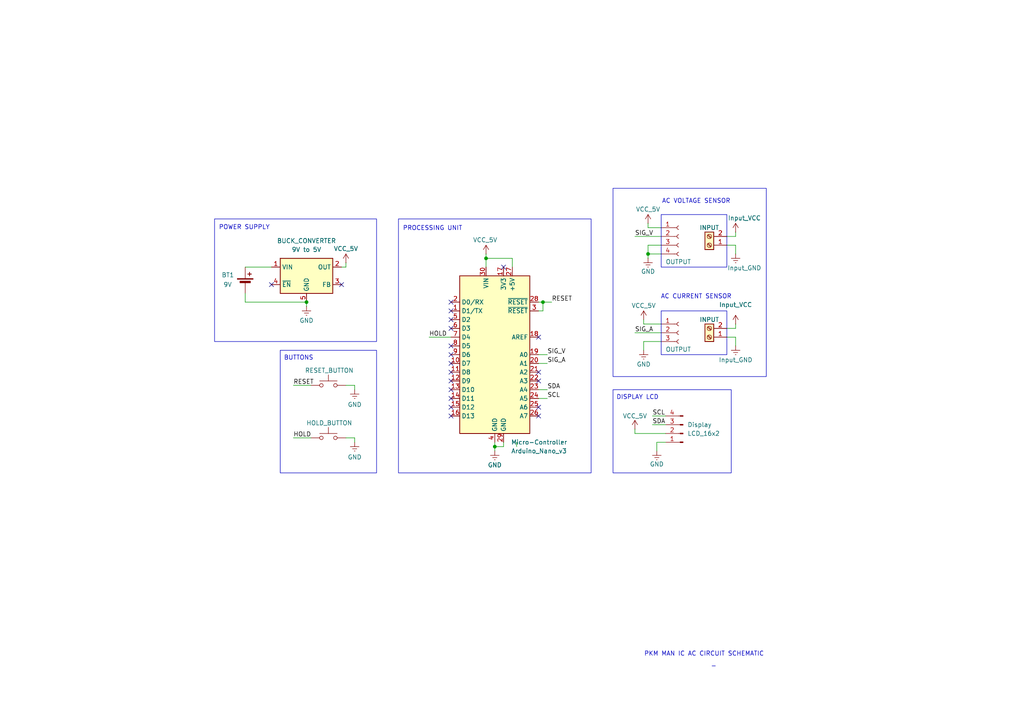
<source format=kicad_sch>
(kicad_sch
	(version 20231120)
	(generator "eeschema")
	(generator_version "8.0")
	(uuid "071dfae4-4cdd-4086-951d-5a12af96bec1")
	(paper "A4")
	(lib_symbols
		(symbol "Connector:Conn_01x03_Socket"
			(pin_names
				(offset 1.016) hide)
			(exclude_from_sim no)
			(in_bom yes)
			(on_board yes)
			(property "Reference" "J"
				(at 0 5.08 0)
				(effects
					(font
						(size 1.27 1.27)
					)
				)
			)
			(property "Value" "Conn_01x03_Socket"
				(at 0 -5.08 0)
				(effects
					(font
						(size 1.27 1.27)
					)
				)
			)
			(property "Footprint" ""
				(at 0 0 0)
				(effects
					(font
						(size 1.27 1.27)
					)
					(hide yes)
				)
			)
			(property "Datasheet" "~"
				(at 0 0 0)
				(effects
					(font
						(size 1.27 1.27)
					)
					(hide yes)
				)
			)
			(property "Description" "Generic connector, single row, 01x03, script generated"
				(at 0 0 0)
				(effects
					(font
						(size 1.27 1.27)
					)
					(hide yes)
				)
			)
			(property "ki_locked" ""
				(at 0 0 0)
				(effects
					(font
						(size 1.27 1.27)
					)
				)
			)
			(property "ki_keywords" "connector"
				(at 0 0 0)
				(effects
					(font
						(size 1.27 1.27)
					)
					(hide yes)
				)
			)
			(property "ki_fp_filters" "Connector*:*_1x??_*"
				(at 0 0 0)
				(effects
					(font
						(size 1.27 1.27)
					)
					(hide yes)
				)
			)
			(symbol "Conn_01x03_Socket_1_1"
				(arc
					(start 0 -2.032)
					(mid -0.5058 -2.54)
					(end 0 -3.048)
					(stroke
						(width 0.1524)
						(type default)
					)
					(fill
						(type none)
					)
				)
				(polyline
					(pts
						(xy -1.27 -2.54) (xy -0.508 -2.54)
					)
					(stroke
						(width 0.1524)
						(type default)
					)
					(fill
						(type none)
					)
				)
				(polyline
					(pts
						(xy -1.27 0) (xy -0.508 0)
					)
					(stroke
						(width 0.1524)
						(type default)
					)
					(fill
						(type none)
					)
				)
				(polyline
					(pts
						(xy -1.27 2.54) (xy -0.508 2.54)
					)
					(stroke
						(width 0.1524)
						(type default)
					)
					(fill
						(type none)
					)
				)
				(arc
					(start 0 0.508)
					(mid -0.5058 0)
					(end 0 -0.508)
					(stroke
						(width 0.1524)
						(type default)
					)
					(fill
						(type none)
					)
				)
				(arc
					(start 0 3.048)
					(mid -0.5058 2.54)
					(end 0 2.032)
					(stroke
						(width 0.1524)
						(type default)
					)
					(fill
						(type none)
					)
				)
				(pin passive line
					(at -5.08 2.54 0)
					(length 3.81)
					(name "Pin_1"
						(effects
							(font
								(size 1.27 1.27)
							)
						)
					)
					(number "1"
						(effects
							(font
								(size 1.27 1.27)
							)
						)
					)
				)
				(pin passive line
					(at -5.08 0 0)
					(length 3.81)
					(name "Pin_2"
						(effects
							(font
								(size 1.27 1.27)
							)
						)
					)
					(number "2"
						(effects
							(font
								(size 1.27 1.27)
							)
						)
					)
				)
				(pin passive line
					(at -5.08 -2.54 0)
					(length 3.81)
					(name "Pin_3"
						(effects
							(font
								(size 1.27 1.27)
							)
						)
					)
					(number "3"
						(effects
							(font
								(size 1.27 1.27)
							)
						)
					)
				)
			)
		)
		(symbol "Connector:Conn_01x04_Pin"
			(pin_names
				(offset 1.016) hide)
			(exclude_from_sim no)
			(in_bom yes)
			(on_board yes)
			(property "Reference" "J"
				(at 0 5.08 0)
				(effects
					(font
						(size 1.27 1.27)
					)
				)
			)
			(property "Value" "Conn_01x04_Pin"
				(at 0 -7.62 0)
				(effects
					(font
						(size 1.27 1.27)
					)
				)
			)
			(property "Footprint" ""
				(at 0 0 0)
				(effects
					(font
						(size 1.27 1.27)
					)
					(hide yes)
				)
			)
			(property "Datasheet" "~"
				(at 0 0 0)
				(effects
					(font
						(size 1.27 1.27)
					)
					(hide yes)
				)
			)
			(property "Description" "Generic connector, single row, 01x04, script generated"
				(at 0 0 0)
				(effects
					(font
						(size 1.27 1.27)
					)
					(hide yes)
				)
			)
			(property "ki_locked" ""
				(at 0 0 0)
				(effects
					(font
						(size 1.27 1.27)
					)
				)
			)
			(property "ki_keywords" "connector"
				(at 0 0 0)
				(effects
					(font
						(size 1.27 1.27)
					)
					(hide yes)
				)
			)
			(property "ki_fp_filters" "Connector*:*_1x??_*"
				(at 0 0 0)
				(effects
					(font
						(size 1.27 1.27)
					)
					(hide yes)
				)
			)
			(symbol "Conn_01x04_Pin_1_1"
				(polyline
					(pts
						(xy 1.27 -5.08) (xy 0.8636 -5.08)
					)
					(stroke
						(width 0.1524)
						(type default)
					)
					(fill
						(type none)
					)
				)
				(polyline
					(pts
						(xy 1.27 -2.54) (xy 0.8636 -2.54)
					)
					(stroke
						(width 0.1524)
						(type default)
					)
					(fill
						(type none)
					)
				)
				(polyline
					(pts
						(xy 1.27 0) (xy 0.8636 0)
					)
					(stroke
						(width 0.1524)
						(type default)
					)
					(fill
						(type none)
					)
				)
				(polyline
					(pts
						(xy 1.27 2.54) (xy 0.8636 2.54)
					)
					(stroke
						(width 0.1524)
						(type default)
					)
					(fill
						(type none)
					)
				)
				(rectangle
					(start 0.8636 -4.953)
					(end 0 -5.207)
					(stroke
						(width 0.1524)
						(type default)
					)
					(fill
						(type outline)
					)
				)
				(rectangle
					(start 0.8636 -2.413)
					(end 0 -2.667)
					(stroke
						(width 0.1524)
						(type default)
					)
					(fill
						(type outline)
					)
				)
				(rectangle
					(start 0.8636 0.127)
					(end 0 -0.127)
					(stroke
						(width 0.1524)
						(type default)
					)
					(fill
						(type outline)
					)
				)
				(rectangle
					(start 0.8636 2.667)
					(end 0 2.413)
					(stroke
						(width 0.1524)
						(type default)
					)
					(fill
						(type outline)
					)
				)
				(pin passive line
					(at 5.08 2.54 180)
					(length 3.81)
					(name "Pin_1"
						(effects
							(font
								(size 1.27 1.27)
							)
						)
					)
					(number "1"
						(effects
							(font
								(size 1.27 1.27)
							)
						)
					)
				)
				(pin passive line
					(at 5.08 0 180)
					(length 3.81)
					(name "Pin_2"
						(effects
							(font
								(size 1.27 1.27)
							)
						)
					)
					(number "2"
						(effects
							(font
								(size 1.27 1.27)
							)
						)
					)
				)
				(pin passive line
					(at 5.08 -2.54 180)
					(length 3.81)
					(name "Pin_3"
						(effects
							(font
								(size 1.27 1.27)
							)
						)
					)
					(number "3"
						(effects
							(font
								(size 1.27 1.27)
							)
						)
					)
				)
				(pin passive line
					(at 5.08 -5.08 180)
					(length 3.81)
					(name "Pin_4"
						(effects
							(font
								(size 1.27 1.27)
							)
						)
					)
					(number "4"
						(effects
							(font
								(size 1.27 1.27)
							)
						)
					)
				)
			)
		)
		(symbol "Connector:Conn_01x04_Socket"
			(pin_names
				(offset 1.016) hide)
			(exclude_from_sim no)
			(in_bom yes)
			(on_board yes)
			(property "Reference" "J"
				(at 0 5.08 0)
				(effects
					(font
						(size 1.27 1.27)
					)
				)
			)
			(property "Value" "Conn_01x04_Socket"
				(at 0 -7.62 0)
				(effects
					(font
						(size 1.27 1.27)
					)
				)
			)
			(property "Footprint" ""
				(at 0 0 0)
				(effects
					(font
						(size 1.27 1.27)
					)
					(hide yes)
				)
			)
			(property "Datasheet" "~"
				(at 0 0 0)
				(effects
					(font
						(size 1.27 1.27)
					)
					(hide yes)
				)
			)
			(property "Description" "Generic connector, single row, 01x04, script generated"
				(at 0 0 0)
				(effects
					(font
						(size 1.27 1.27)
					)
					(hide yes)
				)
			)
			(property "ki_locked" ""
				(at 0 0 0)
				(effects
					(font
						(size 1.27 1.27)
					)
				)
			)
			(property "ki_keywords" "connector"
				(at 0 0 0)
				(effects
					(font
						(size 1.27 1.27)
					)
					(hide yes)
				)
			)
			(property "ki_fp_filters" "Connector*:*_1x??_*"
				(at 0 0 0)
				(effects
					(font
						(size 1.27 1.27)
					)
					(hide yes)
				)
			)
			(symbol "Conn_01x04_Socket_1_1"
				(arc
					(start 0 -4.572)
					(mid -0.5058 -5.08)
					(end 0 -5.588)
					(stroke
						(width 0.1524)
						(type default)
					)
					(fill
						(type none)
					)
				)
				(arc
					(start 0 -2.032)
					(mid -0.5058 -2.54)
					(end 0 -3.048)
					(stroke
						(width 0.1524)
						(type default)
					)
					(fill
						(type none)
					)
				)
				(polyline
					(pts
						(xy -1.27 -5.08) (xy -0.508 -5.08)
					)
					(stroke
						(width 0.1524)
						(type default)
					)
					(fill
						(type none)
					)
				)
				(polyline
					(pts
						(xy -1.27 -2.54) (xy -0.508 -2.54)
					)
					(stroke
						(width 0.1524)
						(type default)
					)
					(fill
						(type none)
					)
				)
				(polyline
					(pts
						(xy -1.27 0) (xy -0.508 0)
					)
					(stroke
						(width 0.1524)
						(type default)
					)
					(fill
						(type none)
					)
				)
				(polyline
					(pts
						(xy -1.27 2.54) (xy -0.508 2.54)
					)
					(stroke
						(width 0.1524)
						(type default)
					)
					(fill
						(type none)
					)
				)
				(arc
					(start 0 0.508)
					(mid -0.5058 0)
					(end 0 -0.508)
					(stroke
						(width 0.1524)
						(type default)
					)
					(fill
						(type none)
					)
				)
				(arc
					(start 0 3.048)
					(mid -0.5058 2.54)
					(end 0 2.032)
					(stroke
						(width 0.1524)
						(type default)
					)
					(fill
						(type none)
					)
				)
				(pin passive line
					(at -5.08 2.54 0)
					(length 3.81)
					(name "Pin_1"
						(effects
							(font
								(size 1.27 1.27)
							)
						)
					)
					(number "1"
						(effects
							(font
								(size 1.27 1.27)
							)
						)
					)
				)
				(pin passive line
					(at -5.08 0 0)
					(length 3.81)
					(name "Pin_2"
						(effects
							(font
								(size 1.27 1.27)
							)
						)
					)
					(number "2"
						(effects
							(font
								(size 1.27 1.27)
							)
						)
					)
				)
				(pin passive line
					(at -5.08 -2.54 0)
					(length 3.81)
					(name "Pin_3"
						(effects
							(font
								(size 1.27 1.27)
							)
						)
					)
					(number "3"
						(effects
							(font
								(size 1.27 1.27)
							)
						)
					)
				)
				(pin passive line
					(at -5.08 -5.08 0)
					(length 3.81)
					(name "Pin_4"
						(effects
							(font
								(size 1.27 1.27)
							)
						)
					)
					(number "4"
						(effects
							(font
								(size 1.27 1.27)
							)
						)
					)
				)
			)
		)
		(symbol "Connector:Screw_Terminal_01x02"
			(pin_names
				(offset 1.016) hide)
			(exclude_from_sim no)
			(in_bom yes)
			(on_board yes)
			(property "Reference" "J"
				(at 0 2.54 0)
				(effects
					(font
						(size 1.27 1.27)
					)
				)
			)
			(property "Value" "Screw_Terminal_01x02"
				(at 0 -5.08 0)
				(effects
					(font
						(size 1.27 1.27)
					)
				)
			)
			(property "Footprint" ""
				(at 0 0 0)
				(effects
					(font
						(size 1.27 1.27)
					)
					(hide yes)
				)
			)
			(property "Datasheet" "~"
				(at 0 0 0)
				(effects
					(font
						(size 1.27 1.27)
					)
					(hide yes)
				)
			)
			(property "Description" "Generic screw terminal, single row, 01x02, script generated (kicad-library-utils/schlib/autogen/connector/)"
				(at 0 0 0)
				(effects
					(font
						(size 1.27 1.27)
					)
					(hide yes)
				)
			)
			(property "ki_keywords" "screw terminal"
				(at 0 0 0)
				(effects
					(font
						(size 1.27 1.27)
					)
					(hide yes)
				)
			)
			(property "ki_fp_filters" "TerminalBlock*:*"
				(at 0 0 0)
				(effects
					(font
						(size 1.27 1.27)
					)
					(hide yes)
				)
			)
			(symbol "Screw_Terminal_01x02_1_1"
				(rectangle
					(start -1.27 1.27)
					(end 1.27 -3.81)
					(stroke
						(width 0.254)
						(type default)
					)
					(fill
						(type background)
					)
				)
				(circle
					(center 0 -2.54)
					(radius 0.635)
					(stroke
						(width 0.1524)
						(type default)
					)
					(fill
						(type none)
					)
				)
				(polyline
					(pts
						(xy -0.5334 -2.2098) (xy 0.3302 -3.048)
					)
					(stroke
						(width 0.1524)
						(type default)
					)
					(fill
						(type none)
					)
				)
				(polyline
					(pts
						(xy -0.5334 0.3302) (xy 0.3302 -0.508)
					)
					(stroke
						(width 0.1524)
						(type default)
					)
					(fill
						(type none)
					)
				)
				(polyline
					(pts
						(xy -0.3556 -2.032) (xy 0.508 -2.8702)
					)
					(stroke
						(width 0.1524)
						(type default)
					)
					(fill
						(type none)
					)
				)
				(polyline
					(pts
						(xy -0.3556 0.508) (xy 0.508 -0.3302)
					)
					(stroke
						(width 0.1524)
						(type default)
					)
					(fill
						(type none)
					)
				)
				(circle
					(center 0 0)
					(radius 0.635)
					(stroke
						(width 0.1524)
						(type default)
					)
					(fill
						(type none)
					)
				)
				(pin passive line
					(at -5.08 0 0)
					(length 3.81)
					(name "Pin_1"
						(effects
							(font
								(size 1.27 1.27)
							)
						)
					)
					(number "1"
						(effects
							(font
								(size 1.27 1.27)
							)
						)
					)
				)
				(pin passive line
					(at -5.08 -2.54 0)
					(length 3.81)
					(name "Pin_2"
						(effects
							(font
								(size 1.27 1.27)
							)
						)
					)
					(number "2"
						(effects
							(font
								(size 1.27 1.27)
							)
						)
					)
				)
			)
		)
		(symbol "Device:Battery_Cell"
			(pin_numbers hide)
			(pin_names
				(offset 0) hide)
			(exclude_from_sim no)
			(in_bom yes)
			(on_board yes)
			(property "Reference" "BT"
				(at 2.54 2.54 0)
				(effects
					(font
						(size 1.27 1.27)
					)
					(justify left)
				)
			)
			(property "Value" "Battery_Cell"
				(at 2.54 0 0)
				(effects
					(font
						(size 1.27 1.27)
					)
					(justify left)
				)
			)
			(property "Footprint" ""
				(at 0 1.524 90)
				(effects
					(font
						(size 1.27 1.27)
					)
					(hide yes)
				)
			)
			(property "Datasheet" "~"
				(at 0 1.524 90)
				(effects
					(font
						(size 1.27 1.27)
					)
					(hide yes)
				)
			)
			(property "Description" "Single-cell battery"
				(at 0 0 0)
				(effects
					(font
						(size 1.27 1.27)
					)
					(hide yes)
				)
			)
			(property "ki_keywords" "battery cell"
				(at 0 0 0)
				(effects
					(font
						(size 1.27 1.27)
					)
					(hide yes)
				)
			)
			(symbol "Battery_Cell_0_1"
				(rectangle
					(start -2.286 1.778)
					(end 2.286 1.524)
					(stroke
						(width 0)
						(type default)
					)
					(fill
						(type outline)
					)
				)
				(rectangle
					(start -1.524 1.016)
					(end 1.524 0.508)
					(stroke
						(width 0)
						(type default)
					)
					(fill
						(type outline)
					)
				)
				(polyline
					(pts
						(xy 0 0.762) (xy 0 0)
					)
					(stroke
						(width 0)
						(type default)
					)
					(fill
						(type none)
					)
				)
				(polyline
					(pts
						(xy 0 1.778) (xy 0 2.54)
					)
					(stroke
						(width 0)
						(type default)
					)
					(fill
						(type none)
					)
				)
				(polyline
					(pts
						(xy 0.762 3.048) (xy 1.778 3.048)
					)
					(stroke
						(width 0.254)
						(type default)
					)
					(fill
						(type none)
					)
				)
				(polyline
					(pts
						(xy 1.27 3.556) (xy 1.27 2.54)
					)
					(stroke
						(width 0.254)
						(type default)
					)
					(fill
						(type none)
					)
				)
			)
			(symbol "Battery_Cell_1_1"
				(pin passive line
					(at 0 5.08 270)
					(length 2.54)
					(name "+"
						(effects
							(font
								(size 1.27 1.27)
							)
						)
					)
					(number "1"
						(effects
							(font
								(size 1.27 1.27)
							)
						)
					)
				)
				(pin passive line
					(at 0 -2.54 90)
					(length 2.54)
					(name "-"
						(effects
							(font
								(size 1.27 1.27)
							)
						)
					)
					(number "2"
						(effects
							(font
								(size 1.27 1.27)
							)
						)
					)
				)
			)
		)
		(symbol "MCU_Module:Arduino_Nano_v3.x"
			(exclude_from_sim no)
			(in_bom yes)
			(on_board yes)
			(property "Reference" "A"
				(at -10.16 23.495 0)
				(effects
					(font
						(size 1.27 1.27)
					)
					(justify left bottom)
				)
			)
			(property "Value" "Arduino_Nano_v3.x"
				(at 5.08 -24.13 0)
				(effects
					(font
						(size 1.27 1.27)
					)
					(justify left top)
				)
			)
			(property "Footprint" "Module:Arduino_Nano"
				(at 0 0 0)
				(effects
					(font
						(size 1.27 1.27)
						(italic yes)
					)
					(hide yes)
				)
			)
			(property "Datasheet" "http://www.mouser.com/pdfdocs/Gravitech_Arduino_Nano3_0.pdf"
				(at 0 0 0)
				(effects
					(font
						(size 1.27 1.27)
					)
					(hide yes)
				)
			)
			(property "Description" "Arduino Nano v3.x"
				(at 0 0 0)
				(effects
					(font
						(size 1.27 1.27)
					)
					(hide yes)
				)
			)
			(property "ki_keywords" "Arduino nano microcontroller module USB"
				(at 0 0 0)
				(effects
					(font
						(size 1.27 1.27)
					)
					(hide yes)
				)
			)
			(property "ki_fp_filters" "Arduino*Nano*"
				(at 0 0 0)
				(effects
					(font
						(size 1.27 1.27)
					)
					(hide yes)
				)
			)
			(symbol "Arduino_Nano_v3.x_0_1"
				(rectangle
					(start -10.16 22.86)
					(end 10.16 -22.86)
					(stroke
						(width 0.254)
						(type default)
					)
					(fill
						(type background)
					)
				)
			)
			(symbol "Arduino_Nano_v3.x_1_1"
				(pin bidirectional line
					(at -12.7 12.7 0)
					(length 2.54)
					(name "D1/TX"
						(effects
							(font
								(size 1.27 1.27)
							)
						)
					)
					(number "1"
						(effects
							(font
								(size 1.27 1.27)
							)
						)
					)
				)
				(pin bidirectional line
					(at -12.7 -2.54 0)
					(length 2.54)
					(name "D7"
						(effects
							(font
								(size 1.27 1.27)
							)
						)
					)
					(number "10"
						(effects
							(font
								(size 1.27 1.27)
							)
						)
					)
				)
				(pin bidirectional line
					(at -12.7 -5.08 0)
					(length 2.54)
					(name "D8"
						(effects
							(font
								(size 1.27 1.27)
							)
						)
					)
					(number "11"
						(effects
							(font
								(size 1.27 1.27)
							)
						)
					)
				)
				(pin bidirectional line
					(at -12.7 -7.62 0)
					(length 2.54)
					(name "D9"
						(effects
							(font
								(size 1.27 1.27)
							)
						)
					)
					(number "12"
						(effects
							(font
								(size 1.27 1.27)
							)
						)
					)
				)
				(pin bidirectional line
					(at -12.7 -10.16 0)
					(length 2.54)
					(name "D10"
						(effects
							(font
								(size 1.27 1.27)
							)
						)
					)
					(number "13"
						(effects
							(font
								(size 1.27 1.27)
							)
						)
					)
				)
				(pin bidirectional line
					(at -12.7 -12.7 0)
					(length 2.54)
					(name "D11"
						(effects
							(font
								(size 1.27 1.27)
							)
						)
					)
					(number "14"
						(effects
							(font
								(size 1.27 1.27)
							)
						)
					)
				)
				(pin bidirectional line
					(at -12.7 -15.24 0)
					(length 2.54)
					(name "D12"
						(effects
							(font
								(size 1.27 1.27)
							)
						)
					)
					(number "15"
						(effects
							(font
								(size 1.27 1.27)
							)
						)
					)
				)
				(pin bidirectional line
					(at -12.7 -17.78 0)
					(length 2.54)
					(name "D13"
						(effects
							(font
								(size 1.27 1.27)
							)
						)
					)
					(number "16"
						(effects
							(font
								(size 1.27 1.27)
							)
						)
					)
				)
				(pin power_out line
					(at 2.54 25.4 270)
					(length 2.54)
					(name "3V3"
						(effects
							(font
								(size 1.27 1.27)
							)
						)
					)
					(number "17"
						(effects
							(font
								(size 1.27 1.27)
							)
						)
					)
				)
				(pin input line
					(at 12.7 5.08 180)
					(length 2.54)
					(name "AREF"
						(effects
							(font
								(size 1.27 1.27)
							)
						)
					)
					(number "18"
						(effects
							(font
								(size 1.27 1.27)
							)
						)
					)
				)
				(pin bidirectional line
					(at 12.7 0 180)
					(length 2.54)
					(name "A0"
						(effects
							(font
								(size 1.27 1.27)
							)
						)
					)
					(number "19"
						(effects
							(font
								(size 1.27 1.27)
							)
						)
					)
				)
				(pin bidirectional line
					(at -12.7 15.24 0)
					(length 2.54)
					(name "D0/RX"
						(effects
							(font
								(size 1.27 1.27)
							)
						)
					)
					(number "2"
						(effects
							(font
								(size 1.27 1.27)
							)
						)
					)
				)
				(pin bidirectional line
					(at 12.7 -2.54 180)
					(length 2.54)
					(name "A1"
						(effects
							(font
								(size 1.27 1.27)
							)
						)
					)
					(number "20"
						(effects
							(font
								(size 1.27 1.27)
							)
						)
					)
				)
				(pin bidirectional line
					(at 12.7 -5.08 180)
					(length 2.54)
					(name "A2"
						(effects
							(font
								(size 1.27 1.27)
							)
						)
					)
					(number "21"
						(effects
							(font
								(size 1.27 1.27)
							)
						)
					)
				)
				(pin bidirectional line
					(at 12.7 -7.62 180)
					(length 2.54)
					(name "A3"
						(effects
							(font
								(size 1.27 1.27)
							)
						)
					)
					(number "22"
						(effects
							(font
								(size 1.27 1.27)
							)
						)
					)
				)
				(pin bidirectional line
					(at 12.7 -10.16 180)
					(length 2.54)
					(name "A4"
						(effects
							(font
								(size 1.27 1.27)
							)
						)
					)
					(number "23"
						(effects
							(font
								(size 1.27 1.27)
							)
						)
					)
				)
				(pin bidirectional line
					(at 12.7 -12.7 180)
					(length 2.54)
					(name "A5"
						(effects
							(font
								(size 1.27 1.27)
							)
						)
					)
					(number "24"
						(effects
							(font
								(size 1.27 1.27)
							)
						)
					)
				)
				(pin bidirectional line
					(at 12.7 -15.24 180)
					(length 2.54)
					(name "A6"
						(effects
							(font
								(size 1.27 1.27)
							)
						)
					)
					(number "25"
						(effects
							(font
								(size 1.27 1.27)
							)
						)
					)
				)
				(pin bidirectional line
					(at 12.7 -17.78 180)
					(length 2.54)
					(name "A7"
						(effects
							(font
								(size 1.27 1.27)
							)
						)
					)
					(number "26"
						(effects
							(font
								(size 1.27 1.27)
							)
						)
					)
				)
				(pin power_out line
					(at 5.08 25.4 270)
					(length 2.54)
					(name "+5V"
						(effects
							(font
								(size 1.27 1.27)
							)
						)
					)
					(number "27"
						(effects
							(font
								(size 1.27 1.27)
							)
						)
					)
				)
				(pin input line
					(at 12.7 15.24 180)
					(length 2.54)
					(name "~{RESET}"
						(effects
							(font
								(size 1.27 1.27)
							)
						)
					)
					(number "28"
						(effects
							(font
								(size 1.27 1.27)
							)
						)
					)
				)
				(pin power_in line
					(at 2.54 -25.4 90)
					(length 2.54)
					(name "GND"
						(effects
							(font
								(size 1.27 1.27)
							)
						)
					)
					(number "29"
						(effects
							(font
								(size 1.27 1.27)
							)
						)
					)
				)
				(pin input line
					(at 12.7 12.7 180)
					(length 2.54)
					(name "~{RESET}"
						(effects
							(font
								(size 1.27 1.27)
							)
						)
					)
					(number "3"
						(effects
							(font
								(size 1.27 1.27)
							)
						)
					)
				)
				(pin power_in line
					(at -2.54 25.4 270)
					(length 2.54)
					(name "VIN"
						(effects
							(font
								(size 1.27 1.27)
							)
						)
					)
					(number "30"
						(effects
							(font
								(size 1.27 1.27)
							)
						)
					)
				)
				(pin power_in line
					(at 0 -25.4 90)
					(length 2.54)
					(name "GND"
						(effects
							(font
								(size 1.27 1.27)
							)
						)
					)
					(number "4"
						(effects
							(font
								(size 1.27 1.27)
							)
						)
					)
				)
				(pin bidirectional line
					(at -12.7 10.16 0)
					(length 2.54)
					(name "D2"
						(effects
							(font
								(size 1.27 1.27)
							)
						)
					)
					(number "5"
						(effects
							(font
								(size 1.27 1.27)
							)
						)
					)
				)
				(pin bidirectional line
					(at -12.7 7.62 0)
					(length 2.54)
					(name "D3"
						(effects
							(font
								(size 1.27 1.27)
							)
						)
					)
					(number "6"
						(effects
							(font
								(size 1.27 1.27)
							)
						)
					)
				)
				(pin bidirectional line
					(at -12.7 5.08 0)
					(length 2.54)
					(name "D4"
						(effects
							(font
								(size 1.27 1.27)
							)
						)
					)
					(number "7"
						(effects
							(font
								(size 1.27 1.27)
							)
						)
					)
				)
				(pin bidirectional line
					(at -12.7 2.54 0)
					(length 2.54)
					(name "D5"
						(effects
							(font
								(size 1.27 1.27)
							)
						)
					)
					(number "8"
						(effects
							(font
								(size 1.27 1.27)
							)
						)
					)
				)
				(pin bidirectional line
					(at -12.7 0 0)
					(length 2.54)
					(name "D6"
						(effects
							(font
								(size 1.27 1.27)
							)
						)
					)
					(number "9"
						(effects
							(font
								(size 1.27 1.27)
							)
						)
					)
				)
			)
		)
		(symbol "Regulator_Switching:XL1509-5.0"
			(exclude_from_sim no)
			(in_bom yes)
			(on_board yes)
			(property "Reference" "U"
				(at -7.112 6.096 0)
				(effects
					(font
						(size 1.27 1.27)
					)
				)
			)
			(property "Value" "XL1509-5.0"
				(at 5.842 6.096 0)
				(effects
					(font
						(size 1.27 1.27)
					)
				)
			)
			(property "Footprint" "Package_SO:SOIC-8_3.9x4.9mm_P1.27mm"
				(at 0 8.382 0)
				(effects
					(font
						(size 1.27 1.27)
					)
					(hide yes)
				)
			)
			(property "Datasheet" "https://datasheet.lcsc.com/lcsc/1809050422_XLSEMI-XL1509-5-0E1_C61063.pdf"
				(at 2.54 10.668 0)
				(effects
					(font
						(size 1.27 1.27)
					)
					(hide yes)
				)
			)
			(property "Description" "Buck DC/DC Converter, 2A, 5V Output Voltage, 7-40V Input Voltage"
				(at 0 0 0)
				(effects
					(font
						(size 1.27 1.27)
					)
					(hide yes)
				)
			)
			(property "ki_keywords" "Buck DC/DC Converter"
				(at 0 0 0)
				(effects
					(font
						(size 1.27 1.27)
					)
					(hide yes)
				)
			)
			(property "ki_fp_filters" "SOIC*3.9x4.9mm*P1.27mm*"
				(at 0 0 0)
				(effects
					(font
						(size 1.27 1.27)
					)
					(hide yes)
				)
			)
			(symbol "XL1509-5.0_0_1"
				(rectangle
					(start -7.62 5.08)
					(end 7.62 -5.08)
					(stroke
						(width 0.254)
						(type default)
					)
					(fill
						(type background)
					)
				)
			)
			(symbol "XL1509-5.0_1_1"
				(pin power_in line
					(at -10.16 2.54 0)
					(length 2.54)
					(name "VIN"
						(effects
							(font
								(size 1.27 1.27)
							)
						)
					)
					(number "1"
						(effects
							(font
								(size 1.27 1.27)
							)
						)
					)
				)
				(pin power_out line
					(at 10.16 2.54 180)
					(length 2.54)
					(name "OUT"
						(effects
							(font
								(size 1.27 1.27)
							)
						)
					)
					(number "2"
						(effects
							(font
								(size 1.27 1.27)
							)
						)
					)
				)
				(pin input line
					(at 10.16 -2.54 180)
					(length 2.54)
					(name "FB"
						(effects
							(font
								(size 1.27 1.27)
							)
						)
					)
					(number "3"
						(effects
							(font
								(size 1.27 1.27)
							)
						)
					)
				)
				(pin input line
					(at -10.16 -2.54 0)
					(length 2.54)
					(name "~{EN}"
						(effects
							(font
								(size 1.27 1.27)
							)
						)
					)
					(number "4"
						(effects
							(font
								(size 1.27 1.27)
							)
						)
					)
				)
				(pin power_in line
					(at 0 -7.62 90)
					(length 2.54)
					(name "GND"
						(effects
							(font
								(size 1.27 1.27)
							)
						)
					)
					(number "5"
						(effects
							(font
								(size 1.27 1.27)
							)
						)
					)
				)
				(pin passive line
					(at 0 -7.62 90)
					(length 2.54) hide
					(name "GND"
						(effects
							(font
								(size 1.27 1.27)
							)
						)
					)
					(number "6"
						(effects
							(font
								(size 1.27 1.27)
							)
						)
					)
				)
				(pin passive line
					(at 0 -7.62 90)
					(length 2.54) hide
					(name "GND"
						(effects
							(font
								(size 1.27 1.27)
							)
						)
					)
					(number "7"
						(effects
							(font
								(size 1.27 1.27)
							)
						)
					)
				)
				(pin passive line
					(at 0 -7.62 90)
					(length 2.54) hide
					(name "GND"
						(effects
							(font
								(size 1.27 1.27)
							)
						)
					)
					(number "8"
						(effects
							(font
								(size 1.27 1.27)
							)
						)
					)
				)
			)
		)
		(symbol "Switch:SW_Push"
			(pin_numbers hide)
			(pin_names
				(offset 1.016) hide)
			(exclude_from_sim no)
			(in_bom yes)
			(on_board yes)
			(property "Reference" "SW"
				(at 1.27 2.54 0)
				(effects
					(font
						(size 1.27 1.27)
					)
					(justify left)
				)
			)
			(property "Value" "SW_Push"
				(at 0 -1.524 0)
				(effects
					(font
						(size 1.27 1.27)
					)
				)
			)
			(property "Footprint" ""
				(at 0 5.08 0)
				(effects
					(font
						(size 1.27 1.27)
					)
					(hide yes)
				)
			)
			(property "Datasheet" "~"
				(at 0 5.08 0)
				(effects
					(font
						(size 1.27 1.27)
					)
					(hide yes)
				)
			)
			(property "Description" "Push button switch, generic, two pins"
				(at 0 0 0)
				(effects
					(font
						(size 1.27 1.27)
					)
					(hide yes)
				)
			)
			(property "ki_keywords" "switch normally-open pushbutton push-button"
				(at 0 0 0)
				(effects
					(font
						(size 1.27 1.27)
					)
					(hide yes)
				)
			)
			(symbol "SW_Push_0_1"
				(circle
					(center -2.032 0)
					(radius 0.508)
					(stroke
						(width 0)
						(type default)
					)
					(fill
						(type none)
					)
				)
				(polyline
					(pts
						(xy 0 1.27) (xy 0 3.048)
					)
					(stroke
						(width 0)
						(type default)
					)
					(fill
						(type none)
					)
				)
				(polyline
					(pts
						(xy 2.54 1.27) (xy -2.54 1.27)
					)
					(stroke
						(width 0)
						(type default)
					)
					(fill
						(type none)
					)
				)
				(circle
					(center 2.032 0)
					(radius 0.508)
					(stroke
						(width 0)
						(type default)
					)
					(fill
						(type none)
					)
				)
				(pin passive line
					(at -5.08 0 0)
					(length 2.54)
					(name "1"
						(effects
							(font
								(size 1.27 1.27)
							)
						)
					)
					(number "1"
						(effects
							(font
								(size 1.27 1.27)
							)
						)
					)
				)
				(pin passive line
					(at 5.08 0 180)
					(length 2.54)
					(name "2"
						(effects
							(font
								(size 1.27 1.27)
							)
						)
					)
					(number "2"
						(effects
							(font
								(size 1.27 1.27)
							)
						)
					)
				)
			)
		)
		(symbol "power:GNDREF"
			(power)
			(pin_numbers hide)
			(pin_names
				(offset 0) hide)
			(exclude_from_sim no)
			(in_bom yes)
			(on_board yes)
			(property "Reference" "#PWR"
				(at 0 -6.35 0)
				(effects
					(font
						(size 1.27 1.27)
					)
					(hide yes)
				)
			)
			(property "Value" "GNDREF"
				(at 0 -3.81 0)
				(effects
					(font
						(size 1.27 1.27)
					)
				)
			)
			(property "Footprint" ""
				(at 0 0 0)
				(effects
					(font
						(size 1.27 1.27)
					)
					(hide yes)
				)
			)
			(property "Datasheet" ""
				(at 0 0 0)
				(effects
					(font
						(size 1.27 1.27)
					)
					(hide yes)
				)
			)
			(property "Description" "Power symbol creates a global label with name \"GNDREF\" , reference supply ground"
				(at 0 0 0)
				(effects
					(font
						(size 1.27 1.27)
					)
					(hide yes)
				)
			)
			(property "ki_keywords" "global power"
				(at 0 0 0)
				(effects
					(font
						(size 1.27 1.27)
					)
					(hide yes)
				)
			)
			(symbol "GNDREF_0_1"
				(polyline
					(pts
						(xy -0.635 -1.905) (xy 0.635 -1.905)
					)
					(stroke
						(width 0)
						(type default)
					)
					(fill
						(type none)
					)
				)
				(polyline
					(pts
						(xy -0.127 -2.54) (xy 0.127 -2.54)
					)
					(stroke
						(width 0)
						(type default)
					)
					(fill
						(type none)
					)
				)
				(polyline
					(pts
						(xy 0 -1.27) (xy 0 0)
					)
					(stroke
						(width 0)
						(type default)
					)
					(fill
						(type none)
					)
				)
				(polyline
					(pts
						(xy 1.27 -1.27) (xy -1.27 -1.27)
					)
					(stroke
						(width 0)
						(type default)
					)
					(fill
						(type none)
					)
				)
			)
			(symbol "GNDREF_1_1"
				(pin power_in line
					(at 0 0 270)
					(length 0)
					(name "~"
						(effects
							(font
								(size 1.27 1.27)
							)
						)
					)
					(number "1"
						(effects
							(font
								(size 1.27 1.27)
							)
						)
					)
				)
			)
		)
		(symbol "power:VCC"
			(power)
			(pin_numbers hide)
			(pin_names
				(offset 0) hide)
			(exclude_from_sim no)
			(in_bom yes)
			(on_board yes)
			(property "Reference" "#PWR"
				(at 0 -3.81 0)
				(effects
					(font
						(size 1.27 1.27)
					)
					(hide yes)
				)
			)
			(property "Value" "VCC"
				(at 0 3.556 0)
				(effects
					(font
						(size 1.27 1.27)
					)
				)
			)
			(property "Footprint" ""
				(at 0 0 0)
				(effects
					(font
						(size 1.27 1.27)
					)
					(hide yes)
				)
			)
			(property "Datasheet" ""
				(at 0 0 0)
				(effects
					(font
						(size 1.27 1.27)
					)
					(hide yes)
				)
			)
			(property "Description" "Power symbol creates a global label with name \"VCC\""
				(at 0 0 0)
				(effects
					(font
						(size 1.27 1.27)
					)
					(hide yes)
				)
			)
			(property "ki_keywords" "global power"
				(at 0 0 0)
				(effects
					(font
						(size 1.27 1.27)
					)
					(hide yes)
				)
			)
			(symbol "VCC_0_1"
				(polyline
					(pts
						(xy -0.762 1.27) (xy 0 2.54)
					)
					(stroke
						(width 0)
						(type default)
					)
					(fill
						(type none)
					)
				)
				(polyline
					(pts
						(xy 0 0) (xy 0 2.54)
					)
					(stroke
						(width 0)
						(type default)
					)
					(fill
						(type none)
					)
				)
				(polyline
					(pts
						(xy 0 2.54) (xy 0.762 1.27)
					)
					(stroke
						(width 0)
						(type default)
					)
					(fill
						(type none)
					)
				)
			)
			(symbol "VCC_1_1"
				(pin power_in line
					(at 0 0 90)
					(length 0)
					(name "~"
						(effects
							(font
								(size 1.27 1.27)
							)
						)
					)
					(number "1"
						(effects
							(font
								(size 1.27 1.27)
							)
						)
					)
				)
			)
		)
	)
	(junction
		(at 187.96 73.66)
		(diameter 0)
		(color 0 0 0 0)
		(uuid "15a0dfb4-1ef9-46d1-8b8a-b0719f9c7d07")
	)
	(junction
		(at 88.9 87.63)
		(diameter 0)
		(color 0 0 0 0)
		(uuid "229f0104-28fe-4d05-87f6-8933230205fe")
	)
	(junction
		(at 143.51 129.54)
		(diameter 0)
		(color 0 0 0 0)
		(uuid "80d91173-03b8-46e6-a493-f1a7bd130887")
	)
	(junction
		(at 140.97 74.93)
		(diameter 0)
		(color 0 0 0 0)
		(uuid "8f3efe7c-181a-441b-8b34-bc7fd875ca1d")
	)
	(junction
		(at 157.48 87.63)
		(diameter 0)
		(color 0 0 0 0)
		(uuid "acf0a9f0-840f-458c-8cf1-ad02dead9698")
	)
	(no_connect
		(at 130.81 92.71)
		(uuid "20515632-8822-4a1c-97da-6b770dd32122")
	)
	(no_connect
		(at 156.21 118.11)
		(uuid "2fb70eb8-4837-4877-87cf-820a7646c1c2")
	)
	(no_connect
		(at 130.81 110.49)
		(uuid "4f533c53-39ee-48d6-95cb-353c40db47ee")
	)
	(no_connect
		(at 130.81 115.57)
		(uuid "5ed467d7-8ebd-42fc-b79c-19c980a93885")
	)
	(no_connect
		(at 130.81 102.87)
		(uuid "5f24e046-9aa1-417b-b1d4-c7f0d0cd6600")
	)
	(no_connect
		(at 146.05 77.47)
		(uuid "61c46320-295a-4b25-b8a0-8e1dcecd676b")
	)
	(no_connect
		(at 156.21 107.95)
		(uuid "690fe837-e79f-44df-936b-106bdc447672")
	)
	(no_connect
		(at 99.06 82.55)
		(uuid "6993526e-5900-45e2-90fe-ffe4092213f8")
	)
	(no_connect
		(at 156.21 110.49)
		(uuid "757ac09c-5594-4bea-85d2-efa904b28b53")
	)
	(no_connect
		(at 130.81 95.25)
		(uuid "762ecf78-5575-43f5-b4be-744ff4671a1d")
	)
	(no_connect
		(at 130.81 107.95)
		(uuid "82daf0f7-1a4c-4387-8917-328bf1311ce8")
	)
	(no_connect
		(at 130.81 113.03)
		(uuid "9d79977a-25e3-498a-91a9-4ddd0db6ea73")
	)
	(no_connect
		(at 156.21 97.79)
		(uuid "9e8ab0e7-8c8d-4509-ba7c-e98730b437b5")
	)
	(no_connect
		(at 156.21 120.65)
		(uuid "a209bba7-5eeb-4b23-84ae-f491453a506b")
	)
	(no_connect
		(at 130.81 100.33)
		(uuid "adb47b6b-5390-4a64-9531-2e0d7d45bd9b")
	)
	(no_connect
		(at 130.81 118.11)
		(uuid "b890fbec-bf5f-443d-8bbe-e964180dbf80")
	)
	(no_connect
		(at 78.74 82.55)
		(uuid "d962fa96-8709-40ac-a589-4c7fdcd81a71")
	)
	(no_connect
		(at 130.81 105.41)
		(uuid "ec4e7cf8-c536-4ab6-9c3c-ea8e96d12da2")
	)
	(no_connect
		(at 130.81 90.17)
		(uuid "ed2345a1-63ee-428d-85b8-708a1f6c2c56")
	)
	(no_connect
		(at 130.81 87.63)
		(uuid "f11528f3-989d-42f7-bcb7-d6da782e4c37")
	)
	(no_connect
		(at 130.81 120.65)
		(uuid "f3b9adfb-9cd9-45be-a713-747093b6c2c3")
	)
	(wire
		(pts
			(xy 143.51 128.27) (xy 143.51 129.54)
		)
		(stroke
			(width 0)
			(type default)
		)
		(uuid "03302dc1-e37c-41da-a0d8-e4812f66522e")
	)
	(wire
		(pts
			(xy 140.97 73.66) (xy 140.97 74.93)
		)
		(stroke
			(width 0)
			(type default)
		)
		(uuid "0450b03c-3af3-4a2f-9322-de653de12885")
	)
	(wire
		(pts
			(xy 210.82 97.79) (xy 213.36 97.79)
		)
		(stroke
			(width 0)
			(type default)
		)
		(uuid "05a2d325-4a7c-4c67-8849-1cf944bb7f9c")
	)
	(wire
		(pts
			(xy 85.09 111.76) (xy 90.17 111.76)
		)
		(stroke
			(width 0)
			(type default)
		)
		(uuid "0b06d2c4-5f7f-4e40-b5dc-ef0c9b3bd9f0")
	)
	(wire
		(pts
			(xy 189.23 123.19) (xy 193.04 123.19)
		)
		(stroke
			(width 0)
			(type default)
		)
		(uuid "10b5f908-f27f-4cbf-9e5b-7806188d7930")
	)
	(wire
		(pts
			(xy 88.9 87.63) (xy 88.9 88.9)
		)
		(stroke
			(width 0)
			(type default)
		)
		(uuid "18d2a84e-d4e3-4707-94f2-3dbb4cb61bb9")
	)
	(wire
		(pts
			(xy 102.87 127) (xy 102.87 128.27)
		)
		(stroke
			(width 0)
			(type default)
		)
		(uuid "18efadec-86d5-4ef2-9612-0735c8140468")
	)
	(wire
		(pts
			(xy 156.21 87.63) (xy 157.48 87.63)
		)
		(stroke
			(width 0)
			(type default)
		)
		(uuid "1e3faafa-1e0b-4f0f-b1fb-4afd66e4bd0c")
	)
	(wire
		(pts
			(xy 156.21 115.57) (xy 158.75 115.57)
		)
		(stroke
			(width 0)
			(type default)
		)
		(uuid "236818e1-b301-4816-bbb2-11c669104b3d")
	)
	(wire
		(pts
			(xy 148.59 77.47) (xy 148.59 74.93)
		)
		(stroke
			(width 0)
			(type default)
		)
		(uuid "2ee8d69d-efdc-423b-9756-d0cffb969765")
	)
	(wire
		(pts
			(xy 102.87 113.03) (xy 102.87 111.76)
		)
		(stroke
			(width 0)
			(type default)
		)
		(uuid "313cf8ee-4283-4259-9802-a47156ffb209")
	)
	(wire
		(pts
			(xy 210.82 95.25) (xy 213.36 95.25)
		)
		(stroke
			(width 0)
			(type default)
		)
		(uuid "32a76da3-4a05-44c5-8e6d-dc629fd9a530")
	)
	(wire
		(pts
			(xy 156.21 105.41) (xy 158.75 105.41)
		)
		(stroke
			(width 0)
			(type default)
		)
		(uuid "372a8c83-6417-4a81-855e-a35d75a91a3c")
	)
	(wire
		(pts
			(xy 213.36 97.79) (xy 213.36 100.33)
		)
		(stroke
			(width 0)
			(type default)
		)
		(uuid "3917aaab-d9af-4c8d-ab27-a7840d38cc75")
	)
	(wire
		(pts
			(xy 71.12 85.09) (xy 71.12 87.63)
		)
		(stroke
			(width 0)
			(type default)
		)
		(uuid "393c5607-0864-40ae-876a-df46d0a4b29b")
	)
	(wire
		(pts
			(xy 146.05 128.27) (xy 146.05 129.54)
		)
		(stroke
			(width 0)
			(type default)
		)
		(uuid "3e32e8a5-b07e-4343-8b9f-9d56c1dd6910")
	)
	(wire
		(pts
			(xy 157.48 87.63) (xy 157.48 90.17)
		)
		(stroke
			(width 0)
			(type default)
		)
		(uuid "42a9daea-4c69-4913-80cf-d623e0fba2ce")
	)
	(wire
		(pts
			(xy 191.77 99.06) (xy 186.69 99.06)
		)
		(stroke
			(width 0)
			(type default)
		)
		(uuid "43e3ed27-5671-4981-a1dc-2c4f3cb6e28d")
	)
	(wire
		(pts
			(xy 184.15 124.46) (xy 184.15 125.73)
		)
		(stroke
			(width 0)
			(type default)
		)
		(uuid "4ce8b901-9f3d-46f6-b787-0de27a1dfb8a")
	)
	(wire
		(pts
			(xy 186.69 99.06) (xy 186.69 101.6)
		)
		(stroke
			(width 0)
			(type default)
		)
		(uuid "4da33401-7f43-4c11-9913-51c8ddfb5a0c")
	)
	(wire
		(pts
			(xy 210.82 71.12) (xy 213.36 71.12)
		)
		(stroke
			(width 0)
			(type default)
		)
		(uuid "4dbfbaaf-090a-47c6-9e35-25bd53d2cfd9")
	)
	(wire
		(pts
			(xy 213.36 71.12) (xy 213.36 73.66)
		)
		(stroke
			(width 0)
			(type default)
		)
		(uuid "516234fb-278f-4467-b2ba-fe37400adcb3")
	)
	(wire
		(pts
			(xy 157.48 87.63) (xy 160.02 87.63)
		)
		(stroke
			(width 0)
			(type default)
		)
		(uuid "53bcf66e-c51a-4bb5-a47e-d5dde4533228")
	)
	(wire
		(pts
			(xy 100.33 77.47) (xy 100.33 76.2)
		)
		(stroke
			(width 0)
			(type default)
		)
		(uuid "53d55f63-0dae-4906-a6e8-cdb31e13fa3a")
	)
	(wire
		(pts
			(xy 191.77 71.12) (xy 187.96 71.12)
		)
		(stroke
			(width 0)
			(type default)
		)
		(uuid "55a1b4e4-4e50-4650-a019-36b4979b756a")
	)
	(wire
		(pts
			(xy 71.12 87.63) (xy 88.9 87.63)
		)
		(stroke
			(width 0)
			(type default)
		)
		(uuid "597e205f-4832-49f3-b9b7-49ffe06af077")
	)
	(wire
		(pts
			(xy 187.96 66.04) (xy 191.77 66.04)
		)
		(stroke
			(width 0)
			(type default)
		)
		(uuid "5f950ca0-2191-473b-85f9-c21541288339")
	)
	(wire
		(pts
			(xy 190.5 128.27) (xy 193.04 128.27)
		)
		(stroke
			(width 0)
			(type default)
		)
		(uuid "65af99ac-a512-44b0-bd04-b6fc4b333e58")
	)
	(wire
		(pts
			(xy 184.15 125.73) (xy 193.04 125.73)
		)
		(stroke
			(width 0)
			(type default)
		)
		(uuid "6902cddb-8ced-4b2a-89b6-a9c6d9e985ce")
	)
	(wire
		(pts
			(xy 190.5 130.81) (xy 190.5 128.27)
		)
		(stroke
			(width 0)
			(type default)
		)
		(uuid "6bf9cf1f-c134-4775-b88f-71b49176bb83")
	)
	(wire
		(pts
			(xy 99.06 77.47) (xy 100.33 77.47)
		)
		(stroke
			(width 0)
			(type default)
		)
		(uuid "71e0b28d-89a1-49fc-a740-ac96e1d7fd27")
	)
	(wire
		(pts
			(xy 143.51 129.54) (xy 146.05 129.54)
		)
		(stroke
			(width 0)
			(type default)
		)
		(uuid "7867b634-8e30-48d5-956a-023e6725f471")
	)
	(wire
		(pts
			(xy 100.33 111.76) (xy 102.87 111.76)
		)
		(stroke
			(width 0)
			(type default)
		)
		(uuid "79bbd908-0cea-4824-b127-6352baf7fb3a")
	)
	(wire
		(pts
			(xy 156.21 102.87) (xy 158.75 102.87)
		)
		(stroke
			(width 0)
			(type default)
		)
		(uuid "7a00ff96-eeee-47f3-9c76-03a401430300")
	)
	(wire
		(pts
			(xy 213.36 68.58) (xy 213.36 67.31)
		)
		(stroke
			(width 0)
			(type default)
		)
		(uuid "7bbc1fe6-9ae9-4d52-8dd9-e05101128bb2")
	)
	(wire
		(pts
			(xy 102.87 127) (xy 100.33 127)
		)
		(stroke
			(width 0)
			(type default)
		)
		(uuid "7cb83ddb-cd5d-4cf3-a7fb-ade8d1736d20")
	)
	(wire
		(pts
			(xy 213.36 95.25) (xy 213.36 93.98)
		)
		(stroke
			(width 0)
			(type default)
		)
		(uuid "88e14723-f69d-4e0e-943b-b09cb31f2ee3")
	)
	(wire
		(pts
			(xy 189.23 120.65) (xy 193.04 120.65)
		)
		(stroke
			(width 0)
			(type default)
		)
		(uuid "92af3944-57bc-40ed-9ed1-c464e5a265a1")
	)
	(wire
		(pts
			(xy 85.09 127) (xy 90.17 127)
		)
		(stroke
			(width 0)
			(type default)
		)
		(uuid "959d009f-029c-4a96-86c0-0a2746f4d459")
	)
	(wire
		(pts
			(xy 124.46 97.79) (xy 130.81 97.79)
		)
		(stroke
			(width 0)
			(type default)
		)
		(uuid "98b733db-5595-4552-8aa2-dd441a048c96")
	)
	(wire
		(pts
			(xy 148.59 74.93) (xy 140.97 74.93)
		)
		(stroke
			(width 0)
			(type default)
		)
		(uuid "9ac276c8-58e7-4aa9-8ddd-e09f3b129122")
	)
	(wire
		(pts
			(xy 156.21 113.03) (xy 158.75 113.03)
		)
		(stroke
			(width 0)
			(type default)
		)
		(uuid "9dea3479-6c8f-4309-9dbb-2b80a9b78679")
	)
	(wire
		(pts
			(xy 143.51 129.54) (xy 143.51 130.81)
		)
		(stroke
			(width 0)
			(type default)
		)
		(uuid "9fc52817-0eda-4f90-aad1-62130d2d0dcf")
	)
	(wire
		(pts
			(xy 184.15 68.58) (xy 191.77 68.58)
		)
		(stroke
			(width 0)
			(type default)
		)
		(uuid "a51b268c-1de3-4020-b95c-591241f33111")
	)
	(wire
		(pts
			(xy 156.21 90.17) (xy 157.48 90.17)
		)
		(stroke
			(width 0)
			(type default)
		)
		(uuid "b0237d08-b694-4422-9ddf-a09edb3d6512")
	)
	(wire
		(pts
			(xy 140.97 74.93) (xy 140.97 77.47)
		)
		(stroke
			(width 0)
			(type default)
		)
		(uuid "c36b4d46-e00a-4d8a-a26d-7691809f8c30")
	)
	(wire
		(pts
			(xy 186.69 93.98) (xy 191.77 93.98)
		)
		(stroke
			(width 0)
			(type default)
		)
		(uuid "c5ae7958-9443-42ec-b0c3-028baa9dae99")
	)
	(wire
		(pts
			(xy 71.12 77.47) (xy 78.74 77.47)
		)
		(stroke
			(width 0)
			(type default)
		)
		(uuid "cc14e7f8-9f69-4a04-96c1-11ea8255b7cd")
	)
	(wire
		(pts
			(xy 186.69 92.71) (xy 186.69 93.98)
		)
		(stroke
			(width 0)
			(type default)
		)
		(uuid "cc602682-9ebb-4865-9d7e-9b2dcf3050be")
	)
	(wire
		(pts
			(xy 187.96 64.77) (xy 187.96 66.04)
		)
		(stroke
			(width 0)
			(type default)
		)
		(uuid "d231ee59-733c-4f95-8e7a-0daca361cc88")
	)
	(wire
		(pts
			(xy 187.96 73.66) (xy 191.77 73.66)
		)
		(stroke
			(width 0)
			(type default)
		)
		(uuid "df2089cb-48f3-4a15-b9cc-db9507a1c6c7")
	)
	(wire
		(pts
			(xy 210.82 68.58) (xy 213.36 68.58)
		)
		(stroke
			(width 0)
			(type default)
		)
		(uuid "e1bb030d-1d04-4b19-a6be-c4ca1a08ab5e")
	)
	(wire
		(pts
			(xy 187.96 74.93) (xy 187.96 73.66)
		)
		(stroke
			(width 0)
			(type default)
		)
		(uuid "f16df52d-fd7a-4211-88b6-8e1fe1861e9e")
	)
	(wire
		(pts
			(xy 149.86 128.27) (xy 149.86 129.54)
		)
		(stroke
			(width 0)
			(type default)
		)
		(uuid "f7ab2c5a-482f-4886-baee-b8f3faf6c1b1")
	)
	(wire
		(pts
			(xy 184.15 96.52) (xy 191.77 96.52)
		)
		(stroke
			(width 0)
			(type default)
		)
		(uuid "f996fa32-38ed-459d-9392-878e615508e8")
	)
	(wire
		(pts
			(xy 187.96 71.12) (xy 187.96 73.66)
		)
		(stroke
			(width 0)
			(type default)
		)
		(uuid "ff1648a8-93d4-4330-8ff3-3ace8b5fdbc7")
	)
	(rectangle
		(start 191.77 90.17)
		(end 210.82 102.87)
		(stroke
			(width 0)
			(type default)
		)
		(fill
			(type none)
		)
		(uuid 0977d349-2fc3-4c65-b278-89203978a221)
	)
	(rectangle
		(start 177.8 113.03)
		(end 212.09 137.16)
		(stroke
			(width 0)
			(type default)
		)
		(fill
			(type none)
		)
		(uuid 0e1f7a96-f352-423f-a598-602ecf0aeef2)
	)
	(rectangle
		(start 177.8 54.61)
		(end 222.25 109.22)
		(stroke
			(width 0)
			(type default)
		)
		(fill
			(type none)
		)
		(uuid 131e1b90-0827-44e2-bf81-835820cc181f)
	)
	(rectangle
		(start 115.57 63.5)
		(end 171.45 137.16)
		(stroke
			(width 0)
			(type default)
		)
		(fill
			(type none)
		)
		(uuid 25e64f91-fcdc-4ede-9f12-8a33f3477f09)
	)
	(rectangle
		(start 62.23 63.5)
		(end 109.22 99.06)
		(stroke
			(width 0)
			(type default)
		)
		(fill
			(type none)
		)
		(uuid 507c3b25-1c70-4131-9e86-898684683fc8)
	)
	(rectangle
		(start 81.28 101.6)
		(end 109.22 137.16)
		(stroke
			(width 0)
			(type default)
		)
		(fill
			(type none)
		)
		(uuid 8d2423b4-1b31-4b29-9f22-caf76771392a)
	)
	(rectangle
		(start 191.77 62.23)
		(end 210.82 77.47)
		(stroke
			(width 0)
			(type default)
		)
		(fill
			(type none)
		)
		(uuid be20b66d-04be-4182-9793-b208fbc7c295)
	)
	(text "-"
		(exclude_from_sim no)
		(at 207.01 193.294 0)
		(effects
			(font
				(size 1.27 1.27)
			)
		)
		(uuid "05d550a3-1805-4612-9af3-58d6eb0cc846")
	)
	(text "PKM MAN IC AC CIRCUIT SCHEMATIC"
		(exclude_from_sim no)
		(at 204.216 189.738 0)
		(effects
			(font
				(size 1.27 1.27)
			)
		)
		(uuid "53b811d3-b92f-4d5a-a0a0-cb494854c1b6")
	)
	(text "PROCESSING UNIT\n"
		(exclude_from_sim no)
		(at 125.476 66.294 0)
		(effects
			(font
				(size 1.27 1.27)
			)
		)
		(uuid "56683c41-f5df-415c-91ae-ffb8cec0eac6")
	)
	(text "AC CURRENT SENSOR"
		(exclude_from_sim no)
		(at 201.93 86.106 0)
		(effects
			(font
				(size 1.27 1.27)
			)
		)
		(uuid "66896c39-7522-4ab4-9ade-26dfccbdd2fe")
	)
	(text "AC VOLTAGE SENSOR"
		(exclude_from_sim no)
		(at 201.93 58.42 0)
		(effects
			(font
				(size 1.27 1.27)
			)
		)
		(uuid "70fab9a3-fb6d-4f6f-acc8-1cec7e3fa18b")
	)
	(text "BUTTONS"
		(exclude_from_sim no)
		(at 86.614 103.886 0)
		(effects
			(font
				(size 1.27 1.27)
			)
		)
		(uuid "7702bd6a-002e-415f-8334-2538a66f832a")
	)
	(text "DISPLAY LCD\n"
		(exclude_from_sim no)
		(at 184.912 115.316 0)
		(effects
			(font
				(size 1.27 1.27)
			)
		)
		(uuid "910ab917-4ee8-4543-8d1a-5231a4a74d9a")
	)
	(text "POWER SUPPLY"
		(exclude_from_sim no)
		(at 70.866 66.04 0)
		(effects
			(font
				(size 1.27 1.27)
			)
		)
		(uuid "b9fa535c-ff8f-4df6-9873-d1a6727c7739")
	)
	(label "HOLD"
		(at 124.46 97.79 0)
		(fields_autoplaced yes)
		(effects
			(font
				(size 1.27 1.27)
			)
			(justify left bottom)
		)
		(uuid "1fb9394e-b839-4fcd-88af-fb5288aa44b7")
	)
	(label "SDA"
		(at 189.23 123.19 0)
		(fields_autoplaced yes)
		(effects
			(font
				(size 1.27 1.27)
			)
			(justify left bottom)
		)
		(uuid "25f43a03-910d-4b4b-bbed-72bed966c4fa")
	)
	(label "SIG_V"
		(at 184.15 68.58 0)
		(fields_autoplaced yes)
		(effects
			(font
				(size 1.27 1.27)
			)
			(justify left bottom)
		)
		(uuid "39939d37-3981-4a91-8b88-401ff2a519cf")
	)
	(label "RESET"
		(at 85.09 111.76 0)
		(fields_autoplaced yes)
		(effects
			(font
				(size 1.27 1.27)
			)
			(justify left bottom)
		)
		(uuid "42d5c4c2-b849-43c3-a368-759d4ffe361b")
	)
	(label "RESET"
		(at 160.02 87.63 0)
		(fields_autoplaced yes)
		(effects
			(font
				(size 1.27 1.27)
			)
			(justify left bottom)
		)
		(uuid "46760c2a-b425-4e8c-a5df-86622f71d9f3")
	)
	(label "SCL"
		(at 158.75 115.57 0)
		(fields_autoplaced yes)
		(effects
			(font
				(size 1.27 1.27)
			)
			(justify left bottom)
		)
		(uuid "5e13963a-ba9e-4a50-b73c-a1e7ebdc51e4")
	)
	(label "SDA"
		(at 158.75 113.03 0)
		(fields_autoplaced yes)
		(effects
			(font
				(size 1.27 1.27)
			)
			(justify left bottom)
		)
		(uuid "af9c7199-03ca-4f84-85f1-1dd4f7fa50cc")
	)
	(label "SIG_A"
		(at 158.75 105.41 0)
		(fields_autoplaced yes)
		(effects
			(font
				(size 1.27 1.27)
			)
			(justify left bottom)
		)
		(uuid "b0191c4b-d9c6-4163-aee7-bf519fc01a06")
	)
	(label "SIG_V"
		(at 158.75 102.87 0)
		(fields_autoplaced yes)
		(effects
			(font
				(size 1.27 1.27)
			)
			(justify left bottom)
		)
		(uuid "b69cfabc-c72d-4332-a0d9-6d0d62aaacf5")
	)
	(label "SCL"
		(at 189.23 120.65 0)
		(fields_autoplaced yes)
		(effects
			(font
				(size 1.27 1.27)
			)
			(justify left bottom)
		)
		(uuid "b986b961-0a6f-4d6a-9881-38fca9667a4d")
	)
	(label "HOLD"
		(at 85.09 127 0)
		(fields_autoplaced yes)
		(effects
			(font
				(size 1.27 1.27)
			)
			(justify left bottom)
		)
		(uuid "c79c69ad-eea5-427b-af5c-299c12dd8021")
	)
	(label "SIG_A"
		(at 184.15 96.52 0)
		(fields_autoplaced yes)
		(effects
			(font
				(size 1.27 1.27)
			)
			(justify left bottom)
		)
		(uuid "dc19cb64-4ded-4370-bba5-8f76f8799fc1")
	)
	(symbol
		(lib_id "power:GNDREF")
		(at 88.9 88.9 0)
		(unit 1)
		(exclude_from_sim no)
		(in_bom yes)
		(on_board yes)
		(dnp no)
		(uuid "0b3ac906-c673-4d89-bc79-b648d00a7666")
		(property "Reference" "#PWR01"
			(at 88.9 95.25 0)
			(effects
				(font
					(size 1.27 1.27)
				)
				(hide yes)
			)
		)
		(property "Value" "GND"
			(at 88.9 92.964 0)
			(effects
				(font
					(size 1.27 1.27)
				)
			)
		)
		(property "Footprint" ""
			(at 88.9 88.9 0)
			(effects
				(font
					(size 1.27 1.27)
				)
				(hide yes)
			)
		)
		(property "Datasheet" ""
			(at 88.9 88.9 0)
			(effects
				(font
					(size 1.27 1.27)
				)
				(hide yes)
			)
		)
		(property "Description" "Power symbol creates a global label with name \"GNDREF\" , reference supply ground"
			(at 88.9 88.9 0)
			(effects
				(font
					(size 1.27 1.27)
				)
				(hide yes)
			)
		)
		(pin "1"
			(uuid "4e53ae19-6266-4ad1-94df-c84c3d7b0c52")
		)
		(instances
			(project "PKM_MAN_IC_AC"
				(path "/071dfae4-4cdd-4086-951d-5a12af96bec1"
					(reference "#PWR01")
					(unit 1)
				)
			)
		)
	)
	(symbol
		(lib_id "Device:Battery_Cell")
		(at 71.12 82.55 0)
		(unit 1)
		(exclude_from_sim no)
		(in_bom yes)
		(on_board yes)
		(dnp no)
		(uuid "1682ee20-78b4-44eb-89e1-4a0254de133a")
		(property "Reference" "BT1"
			(at 64.262 79.756 0)
			(effects
				(font
					(size 1.27 1.27)
				)
				(justify left)
			)
		)
		(property "Value" "9V"
			(at 64.77 82.55 0)
			(effects
				(font
					(size 1.27 1.27)
				)
				(justify left)
			)
		)
		(property "Footprint" ""
			(at 71.12 81.026 90)
			(effects
				(font
					(size 1.27 1.27)
				)
				(hide yes)
			)
		)
		(property "Datasheet" "~"
			(at 71.12 81.026 90)
			(effects
				(font
					(size 1.27 1.27)
				)
				(hide yes)
			)
		)
		(property "Description" "Single-cell battery"
			(at 71.12 82.55 0)
			(effects
				(font
					(size 1.27 1.27)
				)
				(hide yes)
			)
		)
		(pin "1"
			(uuid "c39ca487-05d1-4f7d-9f39-6255f2956d87")
		)
		(pin "2"
			(uuid "dcf39942-0311-4001-bffe-6ffa47bfb18e")
		)
		(instances
			(project "PKM_MAN_IC_AC"
				(path "/071dfae4-4cdd-4086-951d-5a12af96bec1"
					(reference "BT1")
					(unit 1)
				)
			)
		)
	)
	(symbol
		(lib_id "power:VCC")
		(at 187.96 64.77 0)
		(unit 1)
		(exclude_from_sim no)
		(in_bom yes)
		(on_board yes)
		(dnp no)
		(uuid "16f6b6b1-6ec4-405b-bd5f-aeb62da7569c")
		(property "Reference" "#PWR07"
			(at 187.96 68.58 0)
			(effects
				(font
					(size 1.27 1.27)
				)
				(hide yes)
			)
		)
		(property "Value" "VCC_5V"
			(at 187.96 60.706 0)
			(effects
				(font
					(size 1.27 1.27)
				)
			)
		)
		(property "Footprint" ""
			(at 187.96 64.77 0)
			(effects
				(font
					(size 1.27 1.27)
				)
				(hide yes)
			)
		)
		(property "Datasheet" ""
			(at 187.96 64.77 0)
			(effects
				(font
					(size 1.27 1.27)
				)
				(hide yes)
			)
		)
		(property "Description" "Power symbol creates a global label with name \"VCC\""
			(at 187.96 64.77 0)
			(effects
				(font
					(size 1.27 1.27)
				)
				(hide yes)
			)
		)
		(pin "1"
			(uuid "1ec21fee-24e6-4e83-9115-e8ec75603532")
		)
		(instances
			(project "PKM_MAN_IC_AC"
				(path "/071dfae4-4cdd-4086-951d-5a12af96bec1"
					(reference "#PWR07")
					(unit 1)
				)
			)
		)
	)
	(symbol
		(lib_id "power:GNDREF")
		(at 213.36 73.66 0)
		(unit 1)
		(exclude_from_sim no)
		(in_bom yes)
		(on_board yes)
		(dnp no)
		(uuid "1920906f-4803-49fb-a061-d8009683bdf9")
		(property "Reference" "#PWR014"
			(at 213.36 80.01 0)
			(effects
				(font
					(size 1.27 1.27)
				)
				(hide yes)
			)
		)
		(property "Value" "Input_GND"
			(at 215.9 77.724 0)
			(effects
				(font
					(size 1.27 1.27)
				)
			)
		)
		(property "Footprint" ""
			(at 213.36 73.66 0)
			(effects
				(font
					(size 1.27 1.27)
				)
				(hide yes)
			)
		)
		(property "Datasheet" ""
			(at 213.36 73.66 0)
			(effects
				(font
					(size 1.27 1.27)
				)
				(hide yes)
			)
		)
		(property "Description" "Power symbol creates a global label with name \"GNDREF\" , reference supply ground"
			(at 213.36 73.66 0)
			(effects
				(font
					(size 1.27 1.27)
				)
				(hide yes)
			)
		)
		(pin "1"
			(uuid "f90c04d2-8135-4247-8f34-3c9ef5486e32")
		)
		(instances
			(project "PKM_MAN_IC_AC"
				(path "/071dfae4-4cdd-4086-951d-5a12af96bec1"
					(reference "#PWR014")
					(unit 1)
				)
			)
		)
	)
	(symbol
		(lib_id "Connector:Screw_Terminal_01x02")
		(at 205.74 97.79 180)
		(unit 1)
		(exclude_from_sim no)
		(in_bom yes)
		(on_board yes)
		(dnp no)
		(uuid "2945a1b8-67f7-4137-ab3a-114079e87701")
		(property "Reference" "INPUT"
			(at 205.74 92.71 0)
			(effects
				(font
					(size 1.27 1.27)
				)
			)
		)
		(property "Value" "Input_Vol"
			(at 205.74 91.44 0)
			(effects
				(font
					(size 1.27 1.27)
				)
				(hide yes)
			)
		)
		(property "Footprint" ""
			(at 205.74 97.79 0)
			(effects
				(font
					(size 1.27 1.27)
				)
				(hide yes)
			)
		)
		(property "Datasheet" "~"
			(at 205.74 97.79 0)
			(effects
				(font
					(size 1.27 1.27)
				)
				(hide yes)
			)
		)
		(property "Description" "Generic screw terminal, single row, 01x02, script generated (kicad-library-utils/schlib/autogen/connector/)"
			(at 205.74 97.79 0)
			(effects
				(font
					(size 1.27 1.27)
				)
				(hide yes)
			)
		)
		(pin "1"
			(uuid "89cbeed9-e245-46aa-88f9-9d610e515e8b")
		)
		(pin "2"
			(uuid "58966ed1-18bd-43b5-9682-f0800273e2fd")
		)
		(instances
			(project "PKM_MAN_IC_AC"
				(path "/071dfae4-4cdd-4086-951d-5a12af96bec1"
					(reference "INPUT")
					(unit 1)
				)
			)
		)
	)
	(symbol
		(lib_id "power:VCC")
		(at 100.33 76.2 0)
		(unit 1)
		(exclude_from_sim no)
		(in_bom yes)
		(on_board yes)
		(dnp no)
		(uuid "2d180201-5ad8-402f-95d9-cbcda3617303")
		(property "Reference" "#PWR02"
			(at 100.33 80.01 0)
			(effects
				(font
					(size 1.27 1.27)
				)
				(hide yes)
			)
		)
		(property "Value" "VCC_5V"
			(at 100.33 72.136 0)
			(effects
				(font
					(size 1.27 1.27)
				)
			)
		)
		(property "Footprint" ""
			(at 100.33 76.2 0)
			(effects
				(font
					(size 1.27 1.27)
				)
				(hide yes)
			)
		)
		(property "Datasheet" ""
			(at 100.33 76.2 0)
			(effects
				(font
					(size 1.27 1.27)
				)
				(hide yes)
			)
		)
		(property "Description" "Power symbol creates a global label with name \"VCC\""
			(at 100.33 76.2 0)
			(effects
				(font
					(size 1.27 1.27)
				)
				(hide yes)
			)
		)
		(pin "1"
			(uuid "c8e5aac0-853f-4485-8222-e29e4050e35e")
		)
		(instances
			(project "PKM_MAN_IC_AC"
				(path "/071dfae4-4cdd-4086-951d-5a12af96bec1"
					(reference "#PWR02")
					(unit 1)
				)
			)
		)
	)
	(symbol
		(lib_id "Connector:Conn_01x03_Socket")
		(at 196.85 96.52 0)
		(unit 1)
		(exclude_from_sim no)
		(in_bom yes)
		(on_board yes)
		(dnp no)
		(uuid "2e79f425-733a-4ea8-be3e-9a8b4d7e22bf")
		(property "Reference" "OUTPUT"
			(at 193.04 101.346 0)
			(effects
				(font
					(size 1.27 1.27)
				)
				(justify left)
			)
		)
		(property "Value" "DC_Vol"
			(at 190.754 101.346 0)
			(effects
				(font
					(size 1.27 1.27)
				)
				(justify left)
				(hide yes)
			)
		)
		(property "Footprint" ""
			(at 196.85 96.52 0)
			(effects
				(font
					(size 1.27 1.27)
				)
				(hide yes)
			)
		)
		(property "Datasheet" "~"
			(at 196.85 96.52 0)
			(effects
				(font
					(size 1.27 1.27)
				)
				(hide yes)
			)
		)
		(property "Description" "Generic connector, single row, 01x03, script generated"
			(at 196.85 96.52 0)
			(effects
				(font
					(size 1.27 1.27)
				)
				(hide yes)
			)
		)
		(pin "2"
			(uuid "685eba27-5fc2-4a7b-b23b-e40885cf7e29")
		)
		(pin "1"
			(uuid "11b0bb51-a3b9-46ff-8313-bc1b6de29b6a")
		)
		(pin "3"
			(uuid "c941fa13-d17a-49d4-a283-35700427df25")
		)
		(instances
			(project "PKM_MAN_IC_AC"
				(path "/071dfae4-4cdd-4086-951d-5a12af96bec1"
					(reference "OUTPUT")
					(unit 1)
				)
			)
		)
	)
	(symbol
		(lib_id "Switch:SW_Push")
		(at 95.25 111.76 0)
		(unit 1)
		(exclude_from_sim no)
		(in_bom yes)
		(on_board yes)
		(dnp no)
		(uuid "543a17bb-01d4-4a8a-b68f-d141194784a3")
		(property "Reference" "RESET_BUTTON"
			(at 95.504 107.442 0)
			(effects
				(font
					(size 1.27 1.27)
				)
			)
		)
		(property "Value" "SW_Push"
			(at 95.25 106.68 0)
			(effects
				(font
					(size 1.27 1.27)
				)
				(hide yes)
			)
		)
		(property "Footprint" ""
			(at 95.25 106.68 0)
			(effects
				(font
					(size 1.27 1.27)
				)
				(hide yes)
			)
		)
		(property "Datasheet" "~"
			(at 95.25 106.68 0)
			(effects
				(font
					(size 1.27 1.27)
				)
				(hide yes)
			)
		)
		(property "Description" "Push button switch, generic, two pins"
			(at 95.25 111.76 0)
			(effects
				(font
					(size 1.27 1.27)
				)
				(hide yes)
			)
		)
		(pin "1"
			(uuid "e337e14b-1536-4091-b162-4a9b0152d5b2")
		)
		(pin "2"
			(uuid "995dffe6-b502-4f0e-9fa9-978c9a1ae62f")
		)
		(instances
			(project "PKM_MAN_IC_AC"
				(path "/071dfae4-4cdd-4086-951d-5a12af96bec1"
					(reference "RESET_BUTTON")
					(unit 1)
				)
			)
		)
	)
	(symbol
		(lib_id "power:VCC")
		(at 213.36 93.98 0)
		(unit 1)
		(exclude_from_sim no)
		(in_bom yes)
		(on_board yes)
		(dnp no)
		(uuid "59745a3a-4eca-4f4b-8bbe-eab2385fb422")
		(property "Reference" "#PWR015"
			(at 213.36 97.79 0)
			(effects
				(font
					(size 1.27 1.27)
				)
				(hide yes)
			)
		)
		(property "Value" "Input_VCC"
			(at 213.36 88.392 0)
			(effects
				(font
					(size 1.27 1.27)
				)
			)
		)
		(property "Footprint" ""
			(at 213.36 93.98 0)
			(effects
				(font
					(size 1.27 1.27)
				)
				(hide yes)
			)
		)
		(property "Datasheet" ""
			(at 213.36 93.98 0)
			(effects
				(font
					(size 1.27 1.27)
				)
				(hide yes)
			)
		)
		(property "Description" "Power symbol creates a global label with name \"VCC\""
			(at 213.36 93.98 0)
			(effects
				(font
					(size 1.27 1.27)
				)
				(hide yes)
			)
		)
		(pin "1"
			(uuid "4bfc83f3-49ca-40f9-b75f-5fdf2b628ce8")
		)
		(instances
			(project "PKM_MAN_IC_AC"
				(path "/071dfae4-4cdd-4086-951d-5a12af96bec1"
					(reference "#PWR015")
					(unit 1)
				)
			)
		)
	)
	(symbol
		(lib_id "Regulator_Switching:XL1509-5.0")
		(at 88.9 80.01 0)
		(unit 1)
		(exclude_from_sim no)
		(in_bom yes)
		(on_board yes)
		(dnp no)
		(fields_autoplaced yes)
		(uuid "748481c5-2bef-4bb4-8302-f9e118270a63")
		(property "Reference" "BUCK_CONVERTER"
			(at 88.9 69.85 0)
			(effects
				(font
					(size 1.27 1.27)
				)
			)
		)
		(property "Value" "9V to 5V"
			(at 88.9 72.39 0)
			(effects
				(font
					(size 1.27 1.27)
				)
			)
		)
		(property "Footprint" "Package_SO:SOIC-8_3.9x4.9mm_P1.27mm"
			(at 88.9 71.628 0)
			(effects
				(font
					(size 1.27 1.27)
				)
				(hide yes)
			)
		)
		(property "Datasheet" "https://datasheet.lcsc.com/lcsc/1809050422_XLSEMI-XL1509-5-0E1_C61063.pdf"
			(at 91.44 69.342 0)
			(effects
				(font
					(size 1.27 1.27)
				)
				(hide yes)
			)
		)
		(property "Description" "Buck DC/DC Converter, 2A, 5V Output Voltage, 7-40V Input Voltage"
			(at 88.9 80.01 0)
			(effects
				(font
					(size 1.27 1.27)
				)
				(hide yes)
			)
		)
		(pin "2"
			(uuid "41317bdc-056d-4247-9f5a-9fa0d3446629")
		)
		(pin "6"
			(uuid "2cd7f8ed-c986-41c9-8585-35450aedf5ff")
		)
		(pin "1"
			(uuid "8d957bc4-7242-47d8-b258-57017d5fa8a5")
		)
		(pin "8"
			(uuid "4ba2d087-d8ad-45d8-b37e-71a516aed05a")
		)
		(pin "4"
			(uuid "a9172900-861a-4fc6-b2ae-f99af0760f05")
		)
		(pin "3"
			(uuid "fefdac31-16a1-420a-ad5c-cfe6a9e4940d")
		)
		(pin "5"
			(uuid "849aa7ab-ca43-4cd6-8125-c0c87423c4c4")
		)
		(pin "7"
			(uuid "501465eb-0b6e-4dfb-838a-15e4b72fa667")
		)
		(instances
			(project "PKM_MAN_IC_AC"
				(path "/071dfae4-4cdd-4086-951d-5a12af96bec1"
					(reference "BUCK_CONVERTER")
					(unit 1)
				)
			)
		)
	)
	(symbol
		(lib_id "power:GNDREF")
		(at 187.96 74.93 0)
		(unit 1)
		(exclude_from_sim no)
		(in_bom yes)
		(on_board yes)
		(dnp no)
		(uuid "751a9fba-2f16-4549-b7b1-aec3b7557657")
		(property "Reference" "#PWR011"
			(at 187.96 81.28 0)
			(effects
				(font
					(size 1.27 1.27)
				)
				(hide yes)
			)
		)
		(property "Value" "GND"
			(at 187.96 78.74 0)
			(effects
				(font
					(size 1.27 1.27)
				)
			)
		)
		(property "Footprint" ""
			(at 187.96 74.93 0)
			(effects
				(font
					(size 1.27 1.27)
				)
				(hide yes)
			)
		)
		(property "Datasheet" ""
			(at 187.96 74.93 0)
			(effects
				(font
					(size 1.27 1.27)
				)
				(hide yes)
			)
		)
		(property "Description" "Power symbol creates a global label with name \"GNDREF\" , reference supply ground"
			(at 187.96 74.93 0)
			(effects
				(font
					(size 1.27 1.27)
				)
				(hide yes)
			)
		)
		(pin "1"
			(uuid "6d8a16c0-aacc-4ab8-9fa9-ddd14ca6e880")
		)
		(instances
			(project "PKM_MAN_IC_AC"
				(path "/071dfae4-4cdd-4086-951d-5a12af96bec1"
					(reference "#PWR011")
					(unit 1)
				)
			)
		)
	)
	(symbol
		(lib_id "power:GNDREF")
		(at 143.51 130.81 0)
		(unit 1)
		(exclude_from_sim no)
		(in_bom yes)
		(on_board yes)
		(dnp no)
		(uuid "7e185567-0e44-4660-9a8e-1d702b1739a2")
		(property "Reference" "#PWR06"
			(at 143.51 137.16 0)
			(effects
				(font
					(size 1.27 1.27)
				)
				(hide yes)
			)
		)
		(property "Value" "GND"
			(at 143.51 134.874 0)
			(effects
				(font
					(size 1.27 1.27)
				)
			)
		)
		(property "Footprint" ""
			(at 143.51 130.81 0)
			(effects
				(font
					(size 1.27 1.27)
				)
				(hide yes)
			)
		)
		(property "Datasheet" ""
			(at 143.51 130.81 0)
			(effects
				(font
					(size 1.27 1.27)
				)
				(hide yes)
			)
		)
		(property "Description" "Power symbol creates a global label with name \"GNDREF\" , reference supply ground"
			(at 143.51 130.81 0)
			(effects
				(font
					(size 1.27 1.27)
				)
				(hide yes)
			)
		)
		(pin "1"
			(uuid "e828ff54-fe26-4d12-9857-f3ac727dbb0b")
		)
		(instances
			(project "PKM_MAN_IC_AC"
				(path "/071dfae4-4cdd-4086-951d-5a12af96bec1"
					(reference "#PWR06")
					(unit 1)
				)
			)
		)
	)
	(symbol
		(lib_id "power:GNDREF")
		(at 213.36 100.33 0)
		(unit 1)
		(exclude_from_sim no)
		(in_bom yes)
		(on_board yes)
		(dnp no)
		(uuid "882e5a48-22be-44d2-aada-07e708dc7aa7")
		(property "Reference" "#PWR016"
			(at 213.36 106.68 0)
			(effects
				(font
					(size 1.27 1.27)
				)
				(hide yes)
			)
		)
		(property "Value" "Input_GND"
			(at 213.36 104.394 0)
			(effects
				(font
					(size 1.27 1.27)
				)
			)
		)
		(property "Footprint" ""
			(at 213.36 100.33 0)
			(effects
				(font
					(size 1.27 1.27)
				)
				(hide yes)
			)
		)
		(property "Datasheet" ""
			(at 213.36 100.33 0)
			(effects
				(font
					(size 1.27 1.27)
				)
				(hide yes)
			)
		)
		(property "Description" "Power symbol creates a global label with name \"GNDREF\" , reference supply ground"
			(at 213.36 100.33 0)
			(effects
				(font
					(size 1.27 1.27)
				)
				(hide yes)
			)
		)
		(pin "1"
			(uuid "8774608f-2dac-4fd3-86a7-afeba6c377f4")
		)
		(instances
			(project "PKM_MAN_IC_AC"
				(path "/071dfae4-4cdd-4086-951d-5a12af96bec1"
					(reference "#PWR016")
					(unit 1)
				)
			)
		)
	)
	(symbol
		(lib_id "power:GNDREF")
		(at 190.5 130.81 0)
		(unit 1)
		(exclude_from_sim no)
		(in_bom yes)
		(on_board yes)
		(dnp no)
		(uuid "89c6d87e-7497-4737-bb39-20e5bb22b9fe")
		(property "Reference" "#PWR012"
			(at 190.5 137.16 0)
			(effects
				(font
					(size 1.27 1.27)
				)
				(hide yes)
			)
		)
		(property "Value" "GND"
			(at 190.5 134.62 0)
			(effects
				(font
					(size 1.27 1.27)
				)
			)
		)
		(property "Footprint" ""
			(at 190.5 130.81 0)
			(effects
				(font
					(size 1.27 1.27)
				)
				(hide yes)
			)
		)
		(property "Datasheet" ""
			(at 190.5 130.81 0)
			(effects
				(font
					(size 1.27 1.27)
				)
				(hide yes)
			)
		)
		(property "Description" "Power symbol creates a global label with name \"GNDREF\" , reference supply ground"
			(at 190.5 130.81 0)
			(effects
				(font
					(size 1.27 1.27)
				)
				(hide yes)
			)
		)
		(pin "1"
			(uuid "56b54b88-f554-4f45-a636-0acef3d320d6")
		)
		(instances
			(project "PKM_MAN_IC_AC"
				(path "/071dfae4-4cdd-4086-951d-5a12af96bec1"
					(reference "#PWR012")
					(unit 1)
				)
			)
		)
	)
	(symbol
		(lib_id "MCU_Module:Arduino_Nano_v3.x")
		(at 143.51 102.87 0)
		(unit 1)
		(exclude_from_sim no)
		(in_bom yes)
		(on_board yes)
		(dnp no)
		(fields_autoplaced yes)
		(uuid "8ca51a92-404e-4179-aba9-a7be0fb4024b")
		(property "Reference" "Micro-Controller"
			(at 148.2441 128.27 0)
			(effects
				(font
					(size 1.27 1.27)
				)
				(justify left)
			)
		)
		(property "Value" "Arduino_Nano_v3"
			(at 148.2441 130.81 0)
			(effects
				(font
					(size 1.27 1.27)
				)
				(justify left)
			)
		)
		(property "Footprint" "Module:Arduino_Nano"
			(at 143.51 102.87 0)
			(effects
				(font
					(size 1.27 1.27)
					(italic yes)
				)
				(hide yes)
			)
		)
		(property "Datasheet" "http://www.mouser.com/pdfdocs/Gravitech_Arduino_Nano3_0.pdf"
			(at 143.51 102.87 0)
			(effects
				(font
					(size 1.27 1.27)
				)
				(hide yes)
			)
		)
		(property "Description" "Arduino Nano v3.x"
			(at 143.51 102.87 0)
			(effects
				(font
					(size 1.27 1.27)
				)
				(hide yes)
			)
		)
		(pin "22"
			(uuid "f51b2533-f65a-4f18-ba79-975cadeb3c82")
		)
		(pin "9"
			(uuid "efccb46c-2788-40c7-a39f-7ece3a9467ef")
		)
		(pin "16"
			(uuid "e9f355d1-7153-456c-9e65-8ae47a71ad8e")
		)
		(pin "26"
			(uuid "87937621-56a6-4947-b043-ea3fc2fedea4")
		)
		(pin "17"
			(uuid "1c3fdec2-0ca3-44ab-b89b-cfdc881831ce")
		)
		(pin "15"
			(uuid "8f14d637-78a8-432f-9573-06ff5111a28b")
		)
		(pin "18"
			(uuid "90202296-f2bd-4184-aa4d-376c635e89fa")
		)
		(pin "1"
			(uuid "d204bd9b-7c57-4ff4-8a19-8a4263fda1f4")
		)
		(pin "24"
			(uuid "86141687-5eca-4272-8231-b8d1cd7498e6")
		)
		(pin "11"
			(uuid "1a664c7b-588f-4a86-abec-b302f697dddb")
		)
		(pin "10"
			(uuid "67a8da59-1b39-48d5-8da1-321cd4568bf9")
		)
		(pin "13"
			(uuid "2c63e0b3-efca-4f1d-a5a0-59f99b187679")
		)
		(pin "12"
			(uuid "8f0f9bd6-689f-4110-902e-8b25d7a1fca3")
		)
		(pin "6"
			(uuid "e5f67d51-d10f-4fab-acb1-9b2476fdf187")
		)
		(pin "8"
			(uuid "37771a42-b1b0-4b21-8e33-0befcdd131c4")
		)
		(pin "14"
			(uuid "4606aefe-0f82-4be4-89f2-29cad25e0130")
		)
		(pin "29"
			(uuid "6ee6e01e-bd0f-4c06-93da-9364c36c035f")
		)
		(pin "2"
			(uuid "2061615a-6b69-491c-8edb-24e0a2f546bf")
		)
		(pin "23"
			(uuid "14d80b9b-b939-4448-8174-fd2684b5f8e6")
		)
		(pin "3"
			(uuid "9fd2ce38-01fb-4d75-b73c-209b0a294d16")
		)
		(pin "19"
			(uuid "fe4e8dcb-2c19-4e61-9c13-7f4949094571")
		)
		(pin "21"
			(uuid "050898ea-1d40-4b30-b81c-785a8a334e45")
		)
		(pin "4"
			(uuid "e9a91c31-c19f-4d70-8513-2cf849f8e547")
		)
		(pin "25"
			(uuid "bd76623f-a35c-4feb-862e-f53648e5ba63")
		)
		(pin "7"
			(uuid "ab0b78cb-07c8-47d3-9165-c41135c1c483")
		)
		(pin "5"
			(uuid "fdfd35fe-ce54-4acb-8bbf-dbe5fb1bac98")
		)
		(pin "30"
			(uuid "4bfe89b3-f392-4369-b666-0e83a93dbf3b")
		)
		(pin "20"
			(uuid "6f6acaa9-5949-4536-a49e-65be9b17429a")
		)
		(pin "27"
			(uuid "8e1b7412-0ece-4e98-81ad-5de5676fe3e8")
		)
		(pin "28"
			(uuid "c0172a47-0305-4baf-8dc0-0d31a674d95f")
		)
		(instances
			(project "PKM_MAN_IC_AC"
				(path "/071dfae4-4cdd-4086-951d-5a12af96bec1"
					(reference "Micro-Controller")
					(unit 1)
				)
			)
		)
	)
	(symbol
		(lib_id "Switch:SW_Push")
		(at 95.25 127 0)
		(unit 1)
		(exclude_from_sim no)
		(in_bom yes)
		(on_board yes)
		(dnp no)
		(uuid "a0f28e11-f9ca-4689-9f92-820f1c1ffc5f")
		(property "Reference" "HOLD_BUTTON"
			(at 95.504 122.682 0)
			(effects
				(font
					(size 1.27 1.27)
				)
			)
		)
		(property "Value" "SW_Push"
			(at 95.25 121.92 0)
			(effects
				(font
					(size 1.27 1.27)
				)
				(hide yes)
			)
		)
		(property "Footprint" ""
			(at 95.25 121.92 0)
			(effects
				(font
					(size 1.27 1.27)
				)
				(hide yes)
			)
		)
		(property "Datasheet" "~"
			(at 95.25 121.92 0)
			(effects
				(font
					(size 1.27 1.27)
				)
				(hide yes)
			)
		)
		(property "Description" "Push button switch, generic, two pins"
			(at 95.25 127 0)
			(effects
				(font
					(size 1.27 1.27)
				)
				(hide yes)
			)
		)
		(pin "1"
			(uuid "65fa454e-a1ef-4629-b582-3f4be151ebf8")
		)
		(pin "2"
			(uuid "4996b75b-3326-4fcd-96c5-a328b570b304")
		)
		(instances
			(project "PKM_MAN_IC_AC"
				(path "/071dfae4-4cdd-4086-951d-5a12af96bec1"
					(reference "HOLD_BUTTON")
					(unit 1)
				)
			)
		)
	)
	(symbol
		(lib_id "power:GNDREF")
		(at 102.87 113.03 0)
		(unit 1)
		(exclude_from_sim no)
		(in_bom yes)
		(on_board yes)
		(dnp no)
		(uuid "ba82c6d6-d3c9-4c30-b501-fda640d14a10")
		(property "Reference" "#PWR017"
			(at 102.87 119.38 0)
			(effects
				(font
					(size 1.27 1.27)
				)
				(hide yes)
			)
		)
		(property "Value" "GND"
			(at 102.87 117.348 0)
			(effects
				(font
					(size 1.27 1.27)
				)
			)
		)
		(property "Footprint" ""
			(at 102.87 113.03 0)
			(effects
				(font
					(size 1.27 1.27)
				)
				(hide yes)
			)
		)
		(property "Datasheet" ""
			(at 102.87 113.03 0)
			(effects
				(font
					(size 1.27 1.27)
				)
				(hide yes)
			)
		)
		(property "Description" "Power symbol creates a global label with name \"GNDREF\" , reference supply ground"
			(at 102.87 113.03 0)
			(effects
				(font
					(size 1.27 1.27)
				)
				(hide yes)
			)
		)
		(pin "1"
			(uuid "6eb692ca-e45b-420a-8da5-17e7206a92c6")
		)
		(instances
			(project "PKM_MAN_IC_AC"
				(path "/071dfae4-4cdd-4086-951d-5a12af96bec1"
					(reference "#PWR017")
					(unit 1)
				)
			)
		)
	)
	(symbol
		(lib_id "power:GNDREF")
		(at 102.87 128.27 0)
		(unit 1)
		(exclude_from_sim no)
		(in_bom yes)
		(on_board yes)
		(dnp no)
		(uuid "ccd619a8-dd1e-4dfd-9adf-e6bf3c1ef52e")
		(property "Reference" "#PWR018"
			(at 102.87 134.62 0)
			(effects
				(font
					(size 1.27 1.27)
				)
				(hide yes)
			)
		)
		(property "Value" "GND"
			(at 102.87 132.588 0)
			(effects
				(font
					(size 1.27 1.27)
				)
			)
		)
		(property "Footprint" ""
			(at 102.87 128.27 0)
			(effects
				(font
					(size 1.27 1.27)
				)
				(hide yes)
			)
		)
		(property "Datasheet" ""
			(at 102.87 128.27 0)
			(effects
				(font
					(size 1.27 1.27)
				)
				(hide yes)
			)
		)
		(property "Description" "Power symbol creates a global label with name \"GNDREF\" , reference supply ground"
			(at 102.87 128.27 0)
			(effects
				(font
					(size 1.27 1.27)
				)
				(hide yes)
			)
		)
		(pin "1"
			(uuid "01a27df1-7ee5-463a-bbe7-9a297276e23d")
		)
		(instances
			(project "PKM_MAN_IC_AC"
				(path "/071dfae4-4cdd-4086-951d-5a12af96bec1"
					(reference "#PWR018")
					(unit 1)
				)
			)
		)
	)
	(symbol
		(lib_id "power:VCC")
		(at 184.15 124.46 0)
		(unit 1)
		(exclude_from_sim no)
		(in_bom yes)
		(on_board yes)
		(dnp no)
		(uuid "e20ac384-0c81-47ae-bc88-a785abc0ac77")
		(property "Reference" "#PWR010"
			(at 184.15 128.27 0)
			(effects
				(font
					(size 1.27 1.27)
				)
				(hide yes)
			)
		)
		(property "Value" "VCC_5V"
			(at 184.15 120.65 0)
			(effects
				(font
					(size 1.27 1.27)
				)
			)
		)
		(property "Footprint" ""
			(at 184.15 124.46 0)
			(effects
				(font
					(size 1.27 1.27)
				)
				(hide yes)
			)
		)
		(property "Datasheet" ""
			(at 184.15 124.46 0)
			(effects
				(font
					(size 1.27 1.27)
				)
				(hide yes)
			)
		)
		(property "Description" "Power symbol creates a global label with name \"VCC\""
			(at 184.15 124.46 0)
			(effects
				(font
					(size 1.27 1.27)
				)
				(hide yes)
			)
		)
		(pin "1"
			(uuid "b45ed314-a735-4a42-a919-031ded81989d")
		)
		(instances
			(project "PKM_MAN_IC_AC"
				(path "/071dfae4-4cdd-4086-951d-5a12af96bec1"
					(reference "#PWR010")
					(unit 1)
				)
			)
		)
	)
	(symbol
		(lib_id "power:GNDREF")
		(at 186.69 101.6 0)
		(unit 1)
		(exclude_from_sim no)
		(in_bom yes)
		(on_board yes)
		(dnp no)
		(uuid "e796f655-d076-4eeb-b17d-0e1f88a4b652")
		(property "Reference" "#PWR09"
			(at 186.69 107.95 0)
			(effects
				(font
					(size 1.27 1.27)
				)
				(hide yes)
			)
		)
		(property "Value" "GND"
			(at 186.69 105.664 0)
			(effects
				(font
					(size 1.27 1.27)
				)
			)
		)
		(property "Footprint" ""
			(at 186.69 101.6 0)
			(effects
				(font
					(size 1.27 1.27)
				)
				(hide yes)
			)
		)
		(property "Datasheet" ""
			(at 186.69 101.6 0)
			(effects
				(font
					(size 1.27 1.27)
				)
				(hide yes)
			)
		)
		(property "Description" "Power symbol creates a global label with name \"GNDREF\" , reference supply ground"
			(at 186.69 101.6 0)
			(effects
				(font
					(size 1.27 1.27)
				)
				(hide yes)
			)
		)
		(pin "1"
			(uuid "09e0c4a8-7236-4edc-9af2-cdcc3cceb14f")
		)
		(instances
			(project "PKM_MAN_IC_AC"
				(path "/071dfae4-4cdd-4086-951d-5a12af96bec1"
					(reference "#PWR09")
					(unit 1)
				)
			)
		)
	)
	(symbol
		(lib_id "Connector:Conn_01x04_Socket")
		(at 196.85 68.58 0)
		(unit 1)
		(exclude_from_sim no)
		(in_bom yes)
		(on_board yes)
		(dnp no)
		(uuid "e7b88c27-fa63-449d-a430-1fe42ba65493")
		(property "Reference" "OUTPUT"
			(at 193.04 75.946 0)
			(effects
				(font
					(size 1.27 1.27)
				)
				(justify left)
			)
		)
		(property "Value" "Conn_01x04_Socket"
			(at 198.12 71.1199 0)
			(effects
				(font
					(size 1.27 1.27)
				)
				(justify left)
				(hide yes)
			)
		)
		(property "Footprint" ""
			(at 196.85 68.58 0)
			(effects
				(font
					(size 1.27 1.27)
				)
				(hide yes)
			)
		)
		(property "Datasheet" "~"
			(at 196.85 68.58 0)
			(effects
				(font
					(size 1.27 1.27)
				)
				(hide yes)
			)
		)
		(property "Description" "Generic connector, single row, 01x04, script generated"
			(at 196.85 68.58 0)
			(effects
				(font
					(size 1.27 1.27)
				)
				(hide yes)
			)
		)
		(pin "3"
			(uuid "cafee540-3f6e-4946-8c39-e75e367ffaef")
		)
		(pin "4"
			(uuid "bcd62c83-6e33-4203-8207-73481b8db259")
		)
		(pin "2"
			(uuid "169e4d9d-a32b-400c-a0b2-9e72df26fbc6")
		)
		(pin "1"
			(uuid "a3f6bb09-5d0a-4761-85b6-e1fc6972413f")
		)
		(instances
			(project "PKM_MAN_IC_AC"
				(path "/071dfae4-4cdd-4086-951d-5a12af96bec1"
					(reference "OUTPUT")
					(unit 1)
				)
			)
		)
	)
	(symbol
		(lib_id "Connector:Screw_Terminal_01x02")
		(at 205.74 71.12 180)
		(unit 1)
		(exclude_from_sim no)
		(in_bom yes)
		(on_board yes)
		(dnp no)
		(uuid "e8ee9120-34b5-450f-ac09-ac44e137b405")
		(property "Reference" "INPUT"
			(at 205.74 66.04 0)
			(effects
				(font
					(size 1.27 1.27)
				)
			)
		)
		(property "Value" "Input_Vol"
			(at 206.248 64.008 0)
			(effects
				(font
					(size 1.27 1.27)
				)
				(hide yes)
			)
		)
		(property "Footprint" ""
			(at 205.74 71.12 0)
			(effects
				(font
					(size 1.27 1.27)
				)
				(hide yes)
			)
		)
		(property "Datasheet" "~"
			(at 205.74 71.12 0)
			(effects
				(font
					(size 1.27 1.27)
				)
				(hide yes)
			)
		)
		(property "Description" "Generic screw terminal, single row, 01x02, script generated (kicad-library-utils/schlib/autogen/connector/)"
			(at 205.74 71.12 0)
			(effects
				(font
					(size 1.27 1.27)
				)
				(hide yes)
			)
		)
		(pin "1"
			(uuid "617c3d8a-bc1b-4e98-829d-f555969dc1b6")
		)
		(pin "2"
			(uuid "6eae5fb1-121b-4890-88fe-cb3e50c6044b")
		)
		(instances
			(project "PKM_MAN_IC_AC"
				(path "/071dfae4-4cdd-4086-951d-5a12af96bec1"
					(reference "INPUT")
					(unit 1)
				)
			)
		)
	)
	(symbol
		(lib_id "power:VCC")
		(at 140.97 73.66 0)
		(unit 1)
		(exclude_from_sim no)
		(in_bom yes)
		(on_board yes)
		(dnp no)
		(uuid "f256e460-2970-4311-9678-bd863b7a281e")
		(property "Reference" "#PWR05"
			(at 140.97 77.47 0)
			(effects
				(font
					(size 1.27 1.27)
				)
				(hide yes)
			)
		)
		(property "Value" "VCC_5V"
			(at 140.716 69.596 0)
			(effects
				(font
					(size 1.27 1.27)
				)
			)
		)
		(property "Footprint" ""
			(at 140.97 73.66 0)
			(effects
				(font
					(size 1.27 1.27)
				)
				(hide yes)
			)
		)
		(property "Datasheet" ""
			(at 140.97 73.66 0)
			(effects
				(font
					(size 1.27 1.27)
				)
				(hide yes)
			)
		)
		(property "Description" "Power symbol creates a global label with name \"VCC\""
			(at 140.97 73.66 0)
			(effects
				(font
					(size 1.27 1.27)
				)
				(hide yes)
			)
		)
		(pin "1"
			(uuid "db88896b-f62c-4c2a-87be-85916db489a7")
		)
		(instances
			(project "PKM_MAN_IC_AC"
				(path "/071dfae4-4cdd-4086-951d-5a12af96bec1"
					(reference "#PWR05")
					(unit 1)
				)
			)
		)
	)
	(symbol
		(lib_id "power:VCC")
		(at 213.36 67.31 0)
		(unit 1)
		(exclude_from_sim no)
		(in_bom yes)
		(on_board yes)
		(dnp no)
		(uuid "f290d777-d2ae-4ae2-ac39-ee0736cbf1c6")
		(property "Reference" "#PWR013"
			(at 213.36 71.12 0)
			(effects
				(font
					(size 1.27 1.27)
				)
				(hide yes)
			)
		)
		(property "Value" "Input_VCC"
			(at 215.9 63.246 0)
			(effects
				(font
					(size 1.27 1.27)
				)
			)
		)
		(property "Footprint" ""
			(at 213.36 67.31 0)
			(effects
				(font
					(size 1.27 1.27)
				)
				(hide yes)
			)
		)
		(property "Datasheet" ""
			(at 213.36 67.31 0)
			(effects
				(font
					(size 1.27 1.27)
				)
				(hide yes)
			)
		)
		(property "Description" "Power symbol creates a global label with name \"VCC\""
			(at 213.36 67.31 0)
			(effects
				(font
					(size 1.27 1.27)
				)
				(hide yes)
			)
		)
		(pin "1"
			(uuid "13a5f4b6-4d7f-4e1e-9201-4e6a0f162180")
		)
		(instances
			(project "PKM_MAN_IC_AC"
				(path "/071dfae4-4cdd-4086-951d-5a12af96bec1"
					(reference "#PWR013")
					(unit 1)
				)
			)
		)
	)
	(symbol
		(lib_id "power:VCC")
		(at 186.69 92.71 0)
		(unit 1)
		(exclude_from_sim no)
		(in_bom yes)
		(on_board yes)
		(dnp no)
		(uuid "fdb28692-6d79-43de-ae82-6a2c60a61eaa")
		(property "Reference" "#PWR08"
			(at 186.69 96.52 0)
			(effects
				(font
					(size 1.27 1.27)
				)
				(hide yes)
			)
		)
		(property "Value" "VCC_5V"
			(at 186.69 88.646 0)
			(effects
				(font
					(size 1.27 1.27)
				)
			)
		)
		(property "Footprint" ""
			(at 186.69 92.71 0)
			(effects
				(font
					(size 1.27 1.27)
				)
				(hide yes)
			)
		)
		(property "Datasheet" ""
			(at 186.69 92.71 0)
			(effects
				(font
					(size 1.27 1.27)
				)
				(hide yes)
			)
		)
		(property "Description" "Power symbol creates a global label with name \"VCC\""
			(at 186.69 92.71 0)
			(effects
				(font
					(size 1.27 1.27)
				)
				(hide yes)
			)
		)
		(pin "1"
			(uuid "b2d2313e-fc93-4284-aab4-10b2b8cdc023")
		)
		(instances
			(project "PKM_MAN_IC_AC"
				(path "/071dfae4-4cdd-4086-951d-5a12af96bec1"
					(reference "#PWR08")
					(unit 1)
				)
			)
		)
	)
	(symbol
		(lib_id "Connector:Conn_01x04_Pin")
		(at 198.12 125.73 180)
		(unit 1)
		(exclude_from_sim no)
		(in_bom yes)
		(on_board yes)
		(dnp no)
		(fields_autoplaced yes)
		(uuid "ff88fb39-f0be-4cb4-8b7b-2a40e5cf9a04")
		(property "Reference" "Display"
			(at 199.39 123.1899 0)
			(effects
				(font
					(size 1.27 1.27)
				)
				(justify right)
			)
		)
		(property "Value" "LCD_16x2"
			(at 199.39 125.7299 0)
			(effects
				(font
					(size 1.27 1.27)
				)
				(justify right)
			)
		)
		(property "Footprint" ""
			(at 198.12 125.73 0)
			(effects
				(font
					(size 1.27 1.27)
				)
				(hide yes)
			)
		)
		(property "Datasheet" "~"
			(at 198.12 125.73 0)
			(effects
				(font
					(size 1.27 1.27)
				)
				(hide yes)
			)
		)
		(property "Description" "Generic connector, single row, 01x04, script generated"
			(at 198.12 125.73 0)
			(effects
				(font
					(size 1.27 1.27)
				)
				(hide yes)
			)
		)
		(pin "4"
			(uuid "0938b896-8ec3-4b05-ac9e-7e641407ef4f")
		)
		(pin "2"
			(uuid "8ee5946b-3276-4de9-a8be-f9036d9d207a")
		)
		(pin "3"
			(uuid "c4cdb57a-0f07-456d-82b3-2f8c97d1d857")
		)
		(pin "1"
			(uuid "8746c5c6-a0c5-4cc7-b765-319342f5f1cf")
		)
		(instances
			(project "PKM_MAN_IC_AC"
				(path "/071dfae4-4cdd-4086-951d-5a12af96bec1"
					(reference "Display")
					(unit 1)
				)
			)
		)
	)
	(sheet_instances
		(path "/"
			(page "1")
		)
	)
)
</source>
